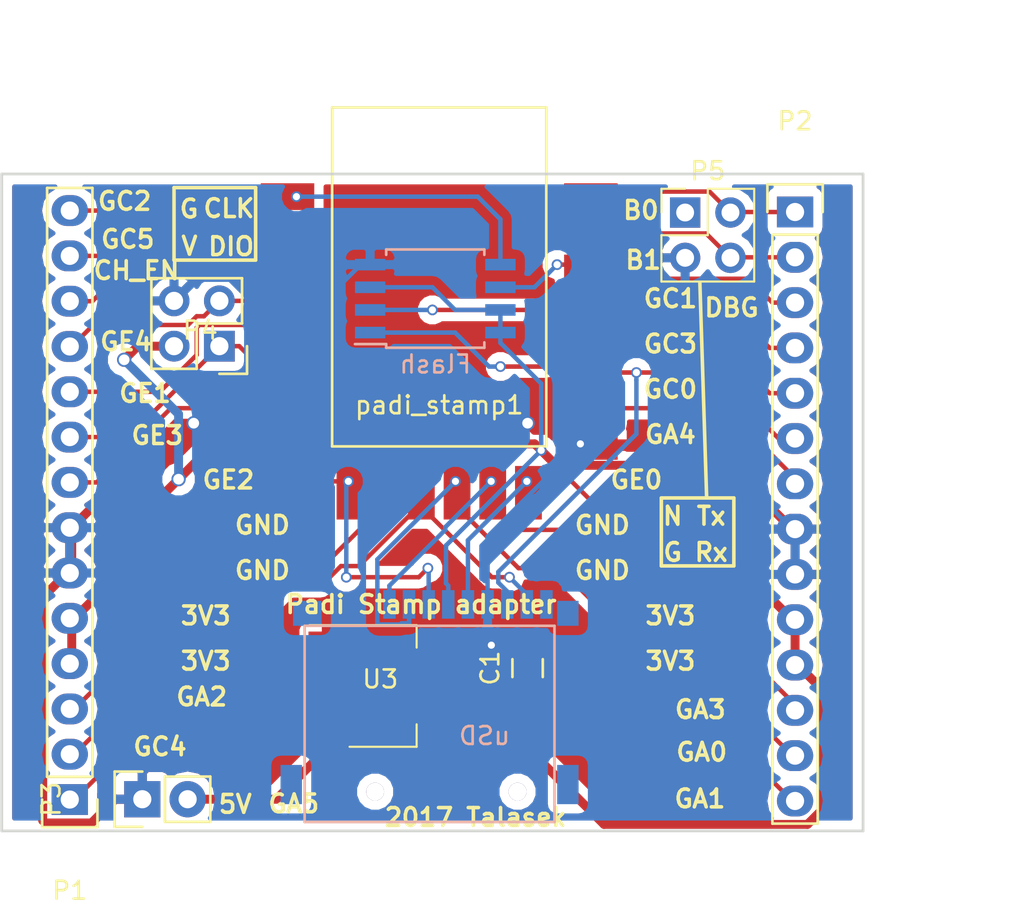
<source format=kicad_pcb>
(kicad_pcb (version 4) (host pcbnew 4.0.7+dfsg1-1)

  (general
    (links 58)
    (no_connects 4)
    (area 130.856667 93.45 191.923334 155.720001)
    (thickness 1.6)
    (drawings 55)
    (tracks 251)
    (zones 0)
    (modules 10)
    (nets 26)
  )

  (page A4)
  (layers
    (0 F.Cu signal)
    (31 B.Cu signal)
    (32 B.Adhes user)
    (33 F.Adhes user)
    (34 B.Paste user)
    (35 F.Paste user)
    (36 B.SilkS user)
    (37 F.SilkS user)
    (38 B.Mask user)
    (39 F.Mask user)
    (40 Dwgs.User user)
    (41 Cmts.User user)
    (42 Eco1.User user)
    (43 Eco2.User user)
    (44 Edge.Cuts user)
    (45 Margin user)
    (46 B.CrtYd user)
    (47 F.CrtYd user)
    (48 B.Fab user hide)
    (49 F.Fab user hide)
  )

  (setup
    (last_trace_width 0.25)
    (user_trace_width 0.2)
    (user_trace_width 0.3)
    (user_trace_width 0.4)
    (user_trace_width 0.5)
    (trace_clearance 0.2)
    (zone_clearance 0.508)
    (zone_45_only no)
    (trace_min 0.2)
    (segment_width 0.2)
    (edge_width 0.15)
    (via_size 0.6)
    (via_drill 0.4)
    (via_min_size 0.4)
    (via_min_drill 0.3)
    (user_via 0.6 0.4)
    (user_via 0.7 0.5)
    (user_via 0.8 0.6)
    (uvia_size 0.3)
    (uvia_drill 0.1)
    (uvias_allowed no)
    (uvia_min_size 0.2)
    (uvia_min_drill 0.1)
    (pcb_text_width 0.2)
    (pcb_text_size 1 1)
    (mod_edge_width 0.15)
    (mod_text_size 1 1)
    (mod_text_width 0.15)
    (pad_size 3.2 3.2)
    (pad_drill 3.2)
    (pad_to_mask_clearance 0.2)
    (aux_axis_origin 0 0)
    (visible_elements FFFFFF7F)
    (pcbplotparams
      (layerselection 0x010f0_80000001)
      (usegerberextensions false)
      (excludeedgelayer true)
      (linewidth 0.100000)
      (plotframeref false)
      (viasonmask false)
      (mode 1)
      (useauxorigin false)
      (hpglpennumber 1)
      (hpglpenspeed 20)
      (hpglpendiameter 15)
      (hpglpenoverlay 2)
      (psnegative false)
      (psa4output false)
      (plotreference true)
      (plotvalue true)
      (plotinvisibletext false)
      (padsonsilk false)
      (subtractmaskfromsilk false)
      (outputformat 1)
      (mirror false)
      (drillshape 0)
      (scaleselection 1)
      (outputdirectory out/))
  )

  (net 0 "")
  (net 1 "Net-(P1-Pad1)")
  (net 2 "Net-(P1-Pad2)")
  (net 3 "Net-(P1-Pad3)")
  (net 4 "Net-(P1-Pad8)")
  (net 5 "Net-(P1-Pad9)")
  (net 6 "Net-(P1-Pad10)")
  (net 7 "Net-(P1-Pad11)")
  (net 8 "Net-(P1-Pad12)")
  (net 9 "Net-(P1-Pad13)")
  (net 10 "Net-(P1-Pad14)")
  (net 11 "Net-(P2-Pad1)")
  (net 12 "Net-(P2-Pad2)")
  (net 13 "Net-(P2-Pad3)")
  (net 14 "Net-(P2-Pad4)")
  (net 15 "Net-(P2-Pad5)")
  (net 16 "Net-(P2-Pad6)")
  (net 17 "Net-(P2-Pad7)")
  (net 18 "Net-(P2-Pad12)")
  (net 19 "Net-(P2-Pad13)")
  (net 20 "Net-(P2-Pad14)")
  (net 21 "Net-(C1-Pad1)")
  (net 22 "Net-(C1-Pad2)")
  (net 23 "Net-(P3-Pad2)")
  (net 24 "Net-(U2-Pad9)")
  (net 25 "Net-(P5-Pad1)")

  (net_class Default "This is the default net class."
    (clearance 0.2)
    (trace_width 0.25)
    (via_dia 0.6)
    (via_drill 0.4)
    (uvia_dia 0.3)
    (uvia_drill 0.1)
    (add_net "Net-(C1-Pad1)")
    (add_net "Net-(C1-Pad2)")
    (add_net "Net-(P1-Pad1)")
    (add_net "Net-(P1-Pad10)")
    (add_net "Net-(P1-Pad11)")
    (add_net "Net-(P1-Pad12)")
    (add_net "Net-(P1-Pad13)")
    (add_net "Net-(P1-Pad14)")
    (add_net "Net-(P1-Pad2)")
    (add_net "Net-(P1-Pad3)")
    (add_net "Net-(P1-Pad8)")
    (add_net "Net-(P1-Pad9)")
    (add_net "Net-(P2-Pad1)")
    (add_net "Net-(P2-Pad12)")
    (add_net "Net-(P2-Pad13)")
    (add_net "Net-(P2-Pad14)")
    (add_net "Net-(P2-Pad2)")
    (add_net "Net-(P2-Pad3)")
    (add_net "Net-(P2-Pad4)")
    (add_net "Net-(P2-Pad5)")
    (add_net "Net-(P2-Pad6)")
    (add_net "Net-(P2-Pad7)")
    (add_net "Net-(P3-Pad2)")
    (add_net "Net-(P5-Pad1)")
    (add_net "Net-(U2-Pad9)")
  )

  (net_class power ""
    (clearance 0.2)
    (trace_width 0.25)
    (via_dia 0.6)
    (via_drill 0.4)
    (uvia_dia 0.3)
    (uvia_drill 0.1)
  )

  (module Pin_Headers:Pin_Header_Straight_1x14 (layer F.Cu) (tedit 0) (tstamp 5978F2E8)
    (at 176.53 105)
    (descr "Through hole pin header")
    (tags "pin header")
    (path /5978EE10)
    (fp_text reference P2 (at 0 -5.1) (layer F.SilkS)
      (effects (font (size 1 1) (thickness 0.15)))
    )
    (fp_text value CONN_01X14 (at 0 -3.1) (layer F.Fab)
      (effects (font (size 1 1) (thickness 0.15)))
    )
    (fp_line (start -1.75 -1.75) (end -1.75 34.8) (layer F.CrtYd) (width 0.05))
    (fp_line (start 1.75 -1.75) (end 1.75 34.8) (layer F.CrtYd) (width 0.05))
    (fp_line (start -1.75 -1.75) (end 1.75 -1.75) (layer F.CrtYd) (width 0.05))
    (fp_line (start -1.75 34.8) (end 1.75 34.8) (layer F.CrtYd) (width 0.05))
    (fp_line (start -1.27 1.27) (end -1.27 34.29) (layer F.SilkS) (width 0.15))
    (fp_line (start -1.27 34.29) (end 1.27 34.29) (layer F.SilkS) (width 0.15))
    (fp_line (start 1.27 34.29) (end 1.27 1.27) (layer F.SilkS) (width 0.15))
    (fp_line (start 1.55 -1.55) (end 1.55 0) (layer F.SilkS) (width 0.15))
    (fp_line (start 1.27 1.27) (end -1.27 1.27) (layer F.SilkS) (width 0.15))
    (fp_line (start -1.55 0) (end -1.55 -1.55) (layer F.SilkS) (width 0.15))
    (fp_line (start -1.55 -1.55) (end 1.55 -1.55) (layer F.SilkS) (width 0.15))
    (pad 1 thru_hole rect (at 0 0) (size 2.032 1.7272) (drill 1.016) (layers *.Cu *.Mask)
      (net 11 "Net-(P2-Pad1)"))
    (pad 2 thru_hole oval (at 0 2.54) (size 2.032 1.7272) (drill 1.016) (layers *.Cu *.Mask)
      (net 12 "Net-(P2-Pad2)"))
    (pad 3 thru_hole oval (at 0 5.08) (size 2.032 1.7272) (drill 1.016) (layers *.Cu *.Mask)
      (net 13 "Net-(P2-Pad3)"))
    (pad 4 thru_hole oval (at 0 7.62) (size 2.032 1.7272) (drill 1.016) (layers *.Cu *.Mask)
      (net 14 "Net-(P2-Pad4)"))
    (pad 5 thru_hole oval (at 0 10.16) (size 2.032 1.7272) (drill 1.016) (layers *.Cu *.Mask)
      (net 15 "Net-(P2-Pad5)"))
    (pad 6 thru_hole oval (at 0 12.7) (size 2.032 1.7272) (drill 1.016) (layers *.Cu *.Mask)
      (net 16 "Net-(P2-Pad6)"))
    (pad 7 thru_hole oval (at 0 15.24) (size 2.032 1.7272) (drill 1.016) (layers *.Cu *.Mask)
      (net 17 "Net-(P2-Pad7)"))
    (pad 8 thru_hole oval (at 0 17.78) (size 2.032 1.7272) (drill 1.016) (layers *.Cu *.Mask)
      (net 22 "Net-(C1-Pad2)"))
    (pad 9 thru_hole oval (at 0 20.32) (size 2.032 1.7272) (drill 1.016) (layers *.Cu *.Mask)
      (net 22 "Net-(C1-Pad2)"))
    (pad 10 thru_hole oval (at 0 22.86) (size 2.032 1.7272) (drill 1.016) (layers *.Cu *.Mask)
      (net 21 "Net-(C1-Pad1)"))
    (pad 11 thru_hole oval (at 0 25.4) (size 2.032 1.7272) (drill 1.016) (layers *.Cu *.Mask)
      (net 21 "Net-(C1-Pad1)"))
    (pad 12 thru_hole oval (at 0 27.94) (size 2.032 1.7272) (drill 1.016) (layers *.Cu *.Mask)
      (net 18 "Net-(P2-Pad12)"))
    (pad 13 thru_hole oval (at 0 30.48) (size 2.032 1.7272) (drill 1.016) (layers *.Cu *.Mask)
      (net 19 "Net-(P2-Pad13)"))
    (pad 14 thru_hole oval (at 0 33.02) (size 2.032 1.7272) (drill 1.016) (layers *.Cu *.Mask)
      (net 20 "Net-(P2-Pad14)"))
    (model Pin_Headers.3dshapes/Pin_Header_Straight_1x14.wrl
      (at (xyz 0 -0.65 0))
      (scale (xyz 1 1 1))
      (rotate (xyz 0 0 90))
    )
  )

  (module Pin_Headers:Pin_Header_Straight_1x14 (layer F.Cu) (tedit 0) (tstamp 5978F2D6)
    (at 135.89 137.94 180)
    (descr "Through hole pin header")
    (tags "pin header")
    (path /5978EF1D)
    (fp_text reference P1 (at 0 -5.1 180) (layer F.SilkS)
      (effects (font (size 1 1) (thickness 0.15)))
    )
    (fp_text value CONN_01X14 (at 0 -3.1 180) (layer F.Fab)
      (effects (font (size 1 1) (thickness 0.15)))
    )
    (fp_line (start -1.75 -1.75) (end -1.75 34.8) (layer F.CrtYd) (width 0.05))
    (fp_line (start 1.75 -1.75) (end 1.75 34.8) (layer F.CrtYd) (width 0.05))
    (fp_line (start -1.75 -1.75) (end 1.75 -1.75) (layer F.CrtYd) (width 0.05))
    (fp_line (start -1.75 34.8) (end 1.75 34.8) (layer F.CrtYd) (width 0.05))
    (fp_line (start -1.27 1.27) (end -1.27 34.29) (layer F.SilkS) (width 0.15))
    (fp_line (start -1.27 34.29) (end 1.27 34.29) (layer F.SilkS) (width 0.15))
    (fp_line (start 1.27 34.29) (end 1.27 1.27) (layer F.SilkS) (width 0.15))
    (fp_line (start 1.55 -1.55) (end 1.55 0) (layer F.SilkS) (width 0.15))
    (fp_line (start 1.27 1.27) (end -1.27 1.27) (layer F.SilkS) (width 0.15))
    (fp_line (start -1.55 0) (end -1.55 -1.55) (layer F.SilkS) (width 0.15))
    (fp_line (start -1.55 -1.55) (end 1.55 -1.55) (layer F.SilkS) (width 0.15))
    (pad 1 thru_hole rect (at 0 0 180) (size 2.032 1.7272) (drill 1.016) (layers *.Cu *.Mask)
      (net 1 "Net-(P1-Pad1)"))
    (pad 2 thru_hole oval (at 0 2.54 180) (size 2.032 1.7272) (drill 1.016) (layers *.Cu *.Mask)
      (net 2 "Net-(P1-Pad2)"))
    (pad 3 thru_hole oval (at 0 5.08 180) (size 2.032 1.7272) (drill 1.016) (layers *.Cu *.Mask)
      (net 3 "Net-(P1-Pad3)"))
    (pad 4 thru_hole oval (at 0 7.62 180) (size 2.032 1.7272) (drill 1.016) (layers *.Cu *.Mask)
      (net 21 "Net-(C1-Pad1)"))
    (pad 5 thru_hole oval (at 0 10.16 180) (size 2.032 1.7272) (drill 1.016) (layers *.Cu *.Mask)
      (net 21 "Net-(C1-Pad1)"))
    (pad 6 thru_hole oval (at 0 12.7 180) (size 2.032 1.7272) (drill 1.016) (layers *.Cu *.Mask)
      (net 22 "Net-(C1-Pad2)"))
    (pad 7 thru_hole oval (at 0 15.24 180) (size 2.032 1.7272) (drill 1.016) (layers *.Cu *.Mask)
      (net 22 "Net-(C1-Pad2)"))
    (pad 8 thru_hole oval (at 0 17.78 180) (size 2.032 1.7272) (drill 1.016) (layers *.Cu *.Mask)
      (net 4 "Net-(P1-Pad8)"))
    (pad 9 thru_hole oval (at 0 20.32 180) (size 2.032 1.7272) (drill 1.016) (layers *.Cu *.Mask)
      (net 5 "Net-(P1-Pad9)"))
    (pad 10 thru_hole oval (at 0 22.86 180) (size 2.032 1.7272) (drill 1.016) (layers *.Cu *.Mask)
      (net 6 "Net-(P1-Pad10)"))
    (pad 11 thru_hole oval (at 0 25.4 180) (size 2.032 1.7272) (drill 1.016) (layers *.Cu *.Mask)
      (net 7 "Net-(P1-Pad11)"))
    (pad 12 thru_hole oval (at 0 27.94 180) (size 2.032 1.7272) (drill 1.016) (layers *.Cu *.Mask)
      (net 8 "Net-(P1-Pad12)"))
    (pad 13 thru_hole oval (at 0 30.48 180) (size 2.032 1.7272) (drill 1.016) (layers *.Cu *.Mask)
      (net 9 "Net-(P1-Pad13)"))
    (pad 14 thru_hole oval (at 0 33.02 180) (size 2.032 1.7272) (drill 1.016) (layers *.Cu *.Mask)
      (net 10 "Net-(P1-Pad14)"))
    (model Pin_Headers.3dshapes/Pin_Header_Straight_1x14.wrl
      (at (xyz 0 -0.65 0))
      (scale (xyz 1 1 1))
      (rotate (xyz 0 0 90))
    )
  )

  (module padistamp:uSD (layer B.Cu) (tedit 5A834185) (tstamp 5978F315)
    (at 156.05 126.2 180)
    (path /5978ED51)
    (fp_text reference uSD (at -3.081 -8.166 180) (layer B.SilkS)
      (effects (font (size 1 1) (thickness 0.15)) (justify mirror))
    )
    (fp_text value uSD (at -0.033 -2.832 180) (layer B.Fab)
      (effects (font (size 1 1) (thickness 0.15)) (justify mirror))
    )
    (fp_line (start -7 -13) (end -7 -2) (layer B.SilkS) (width 0.15))
    (fp_line (start 7 -13) (end -7 -13) (layer B.SilkS) (width 0.15))
    (fp_line (start 7 -2) (end 7 -13) (layer B.SilkS) (width 0.15))
    (fp_line (start 6 -2) (end 7 -2) (layer B.SilkS) (width 0.15))
    (fp_line (start -7 -2) (end 6 -2) (layer B.SilkS) (width 0.15))
    (pad 1 smd rect (at 2.25 -0.8 180) (size 0.7 1.6) (layers B.Cu B.Paste B.Mask)
      (net 19 "Net-(P2-Pad13)"))
    (pad 2 smd rect (at 1.15 -0.8 180) (size 0.7 1.6) (layers B.Cu B.Paste B.Mask)
      (net 20 "Net-(P2-Pad14)"))
    (pad 3 smd rect (at 0.05 -0.8 180) (size 0.7 1.6) (layers B.Cu B.Paste B.Mask)
      (net 3 "Net-(P1-Pad3)"))
    (pad 4 smd rect (at -1.05 -0.8 180) (size 0.7 1.6) (layers B.Cu B.Paste B.Mask)
      (net 21 "Net-(C1-Pad1)"))
    (pad 5 smd rect (at -2.15 -0.8 180) (size 0.7 1.6) (layers B.Cu B.Paste B.Mask)
      (net 18 "Net-(P2-Pad12)"))
    (pad 6 smd rect (at -3.25 -0.8 180) (size 0.7 1.6) (layers B.Cu B.Paste B.Mask)
      (net 22 "Net-(C1-Pad2)"))
    (pad 7 smd rect (at -4.35 -0.8 180) (size 0.7 1.6) (layers B.Cu B.Paste B.Mask)
      (net 16 "Net-(P2-Pad6)"))
    (pad 8 smd rect (at -5.45 -0.8 180) (size 0.7 1.6) (layers B.Cu B.Paste B.Mask)
      (net 1 "Net-(P1-Pad1)"))
    (pad 9 smd rect (at -6.55 -0.8 180) (size 0.7 1.6) (layers B.Cu B.Paste B.Mask)
      (net 24 "Net-(U2-Pad9)"))
    (pad "" smd rect (at -7.75 -1.3 180) (size 1.2 1.4) (layers B.Cu B.Paste B.Mask))
    (pad "" smd rect (at 6.85 -1.3 180) (size 1.6 1.4) (layers B.Cu B.Paste B.Mask))
    (pad "" smd rect (at -7.75 -10.9 180) (size 1.2 2.2) (layers B.Cu B.Paste B.Mask))
    (pad "" smd rect (at 7.75 -10.9 180) (size 1.2 2.2) (layers B.Cu B.Paste B.Mask))
    (pad "" thru_hole circle (at -4.93 -11.3 180) (size 1 1) (drill 1) (layers *.Cu *.Mask))
    (pad "" thru_hole circle (at 3.05 -11.3 180) (size 1 1) (drill 1) (layers *.Cu *.Mask))
  )

  (module Capacitors_SMD:C_0805 (layer F.Cu) (tedit 5415D6EA) (tstamp 59F642F2)
    (at 161.544 130.572 90)
    (descr "Capacitor SMD 0805, reflow soldering, AVX (see smccp.pdf)")
    (tags "capacitor 0805")
    (path /59F62755)
    (attr smd)
    (fp_text reference C1 (at 0 -2.1 90) (layer F.SilkS)
      (effects (font (size 1 1) (thickness 0.15)))
    )
    (fp_text value 0.1u (at 0 2.1 90) (layer F.Fab)
      (effects (font (size 1 1) (thickness 0.15)))
    )
    (fp_line (start -1 0.625) (end -1 -0.625) (layer F.Fab) (width 0.15))
    (fp_line (start 1 0.625) (end -1 0.625) (layer F.Fab) (width 0.15))
    (fp_line (start 1 -0.625) (end 1 0.625) (layer F.Fab) (width 0.15))
    (fp_line (start -1 -0.625) (end 1 -0.625) (layer F.Fab) (width 0.15))
    (fp_line (start -1.8 -1) (end 1.8 -1) (layer F.CrtYd) (width 0.05))
    (fp_line (start -1.8 1) (end 1.8 1) (layer F.CrtYd) (width 0.05))
    (fp_line (start -1.8 -1) (end -1.8 1) (layer F.CrtYd) (width 0.05))
    (fp_line (start 1.8 -1) (end 1.8 1) (layer F.CrtYd) (width 0.05))
    (fp_line (start 0.5 -0.85) (end -0.5 -0.85) (layer F.SilkS) (width 0.15))
    (fp_line (start -0.5 0.85) (end 0.5 0.85) (layer F.SilkS) (width 0.15))
    (pad 1 smd rect (at -1 0 90) (size 1 1.25) (layers F.Cu F.Paste F.Mask)
      (net 21 "Net-(C1-Pad1)"))
    (pad 2 smd rect (at 1 0 90) (size 1 1.25) (layers F.Cu F.Paste F.Mask)
      (net 22 "Net-(C1-Pad2)"))
    (model Capacitors_SMD.3dshapes/C_0805.wrl
      (at (xyz 0 0 0))
      (scale (xyz 1 1 1))
      (rotate (xyz 0 0 0))
    )
  )

  (module Pin_Headers:Pin_Header_Straight_1x02 (layer F.Cu) (tedit 54EA090C) (tstamp 59F642F8)
    (at 139.954 137.922 90)
    (descr "Through hole pin header")
    (tags "pin header")
    (path /59F623E0)
    (fp_text reference P3 (at 0 -5.1 90) (layer F.SilkS)
      (effects (font (size 1 1) (thickness 0.15)))
    )
    (fp_text value 5V (at 0 -3.1 90) (layer F.Fab)
      (effects (font (size 1 1) (thickness 0.15)))
    )
    (fp_line (start 1.27 1.27) (end 1.27 3.81) (layer F.SilkS) (width 0.15))
    (fp_line (start 1.55 -1.55) (end 1.55 0) (layer F.SilkS) (width 0.15))
    (fp_line (start -1.75 -1.75) (end -1.75 4.3) (layer F.CrtYd) (width 0.05))
    (fp_line (start 1.75 -1.75) (end 1.75 4.3) (layer F.CrtYd) (width 0.05))
    (fp_line (start -1.75 -1.75) (end 1.75 -1.75) (layer F.CrtYd) (width 0.05))
    (fp_line (start -1.75 4.3) (end 1.75 4.3) (layer F.CrtYd) (width 0.05))
    (fp_line (start 1.27 1.27) (end -1.27 1.27) (layer F.SilkS) (width 0.15))
    (fp_line (start -1.55 0) (end -1.55 -1.55) (layer F.SilkS) (width 0.15))
    (fp_line (start -1.55 -1.55) (end 1.55 -1.55) (layer F.SilkS) (width 0.15))
    (fp_line (start -1.27 1.27) (end -1.27 3.81) (layer F.SilkS) (width 0.15))
    (fp_line (start -1.27 3.81) (end 1.27 3.81) (layer F.SilkS) (width 0.15))
    (pad 1 thru_hole rect (at 0 0 90) (size 2.032 2.032) (drill 1.016) (layers *.Cu *.Mask)
      (net 22 "Net-(C1-Pad2)"))
    (pad 2 thru_hole oval (at 0 2.54 90) (size 2.032 2.032) (drill 1.016) (layers *.Cu *.Mask)
      (net 23 "Net-(P3-Pad2)"))
    (model Pin_Headers.3dshapes/Pin_Header_Straight_1x02.wrl
      (at (xyz 0 -0.05 0))
      (scale (xyz 1 1 1))
      (rotate (xyz 0 0 90))
    )
  )

  (module Pin_Headers:Pin_Header_Straight_2x02 (layer F.Cu) (tedit 0) (tstamp 59F64300)
    (at 144.272 112.522 180)
    (descr "Through hole pin header")
    (tags "pin header")
    (path /59F61FAF)
    (fp_text reference P4 (at 1.0668 0.889 180) (layer F.SilkS)
      (effects (font (size 1 1) (thickness 0.15)))
    )
    (fp_text value SWD (at 0 -3.1 180) (layer F.Fab)
      (effects (font (size 1 1) (thickness 0.15)))
    )
    (fp_line (start -1.75 -1.75) (end -1.75 4.3) (layer F.CrtYd) (width 0.05))
    (fp_line (start 4.3 -1.75) (end 4.3 4.3) (layer F.CrtYd) (width 0.05))
    (fp_line (start -1.75 -1.75) (end 4.3 -1.75) (layer F.CrtYd) (width 0.05))
    (fp_line (start -1.75 4.3) (end 4.3 4.3) (layer F.CrtYd) (width 0.05))
    (fp_line (start -1.55 0) (end -1.55 -1.55) (layer F.SilkS) (width 0.15))
    (fp_line (start 0 -1.55) (end -1.55 -1.55) (layer F.SilkS) (width 0.15))
    (fp_line (start -1.27 1.27) (end 1.27 1.27) (layer F.SilkS) (width 0.15))
    (fp_line (start 1.27 1.27) (end 1.27 -1.27) (layer F.SilkS) (width 0.15))
    (fp_line (start 1.27 -1.27) (end 3.81 -1.27) (layer F.SilkS) (width 0.15))
    (fp_line (start 3.81 -1.27) (end 3.81 3.81) (layer F.SilkS) (width 0.15))
    (fp_line (start 3.81 3.81) (end -1.27 3.81) (layer F.SilkS) (width 0.15))
    (fp_line (start -1.27 3.81) (end -1.27 1.27) (layer F.SilkS) (width 0.15))
    (pad 1 thru_hole rect (at 0 0 180) (size 1.7272 1.7272) (drill 1.016) (layers *.Cu *.Mask)
      (net 5 "Net-(P1-Pad9)"))
    (pad 2 thru_hole oval (at 2.54 0 180) (size 1.7272 1.7272) (drill 1.016) (layers *.Cu *.Mask)
      (net 21 "Net-(C1-Pad1)"))
    (pad 3 thru_hole oval (at 0 2.54 180) (size 1.7272 1.7272) (drill 1.016) (layers *.Cu *.Mask)
      (net 7 "Net-(P1-Pad11)"))
    (pad 4 thru_hole oval (at 2.54 2.54 180) (size 1.7272 1.7272) (drill 1.016) (layers *.Cu *.Mask)
      (net 22 "Net-(C1-Pad2)"))
    (model Pin_Headers.3dshapes/Pin_Header_Straight_2x02.wrl
      (at (xyz 0.05 -0.05 0))
      (scale (xyz 1 1 1))
      (rotate (xyz 0 0 90))
    )
  )

  (module TO_SOT_Packages_SMD:SOT-223 (layer F.Cu) (tedit 583F3B4E) (tstamp 59F64308)
    (at 153.416 131.572)
    (descr "module CMS SOT223 4 pins")
    (tags "CMS SOT")
    (path /59F62343)
    (attr smd)
    (fp_text reference U3 (at -0.127 -0.381) (layer F.SilkS)
      (effects (font (size 1 1) (thickness 0.15)))
    )
    (fp_text value TLV1117 (at 0 4.5) (layer F.Fab)
      (effects (font (size 1 1) (thickness 0.15)))
    )
    (fp_line (start 1.91 3.41) (end 1.91 2.15) (layer F.SilkS) (width 0.12))
    (fp_line (start 1.91 -3.41) (end 1.91 -2.15) (layer F.SilkS) (width 0.12))
    (fp_line (start 4.4 -3.6) (end -4.4 -3.6) (layer F.CrtYd) (width 0.05))
    (fp_line (start 4.4 3.6) (end 4.4 -3.6) (layer F.CrtYd) (width 0.05))
    (fp_line (start -4.4 3.6) (end 4.4 3.6) (layer F.CrtYd) (width 0.05))
    (fp_line (start -4.4 -3.6) (end -4.4 3.6) (layer F.CrtYd) (width 0.05))
    (fp_line (start -1.85 -3.35) (end -1.85 3.35) (layer F.Fab) (width 0.15))
    (fp_line (start -1.85 3.41) (end 1.91 3.41) (layer F.SilkS) (width 0.12))
    (fp_line (start -1.85 -3.35) (end 1.85 -3.35) (layer F.Fab) (width 0.15))
    (fp_line (start -4.1 -3.41) (end 1.91 -3.41) (layer F.SilkS) (width 0.12))
    (fp_line (start -1.85 3.35) (end 1.85 3.35) (layer F.Fab) (width 0.15))
    (fp_line (start 1.85 -3.35) (end 1.85 3.35) (layer F.Fab) (width 0.15))
    (pad 4 smd rect (at 3.15 0) (size 2 3.8) (layers F.Cu F.Paste F.Mask)
      (net 21 "Net-(C1-Pad1)"))
    (pad 2 smd rect (at -3.15 0) (size 2 1.5) (layers F.Cu F.Paste F.Mask)
      (net 21 "Net-(C1-Pad1)"))
    (pad 3 smd rect (at -3.15 2.3) (size 2 1.5) (layers F.Cu F.Paste F.Mask)
      (net 23 "Net-(P3-Pad2)"))
    (pad 1 smd rect (at -3.15 -2.3) (size 2 1.5) (layers F.Cu F.Paste F.Mask)
      (net 22 "Net-(C1-Pad2)"))
    (model TO_SOT_Packages_SMD.3dshapes/SOT-223.wrl
      (at (xyz 0 0 0))
      (scale (xyz 0.4 0.4 0.4))
      (rotate (xyz 0 0 90))
    )
  )

  (module padistamp:padi_stamp (layer F.Cu) (tedit 59787B86) (tstamp 5A821C04)
    (at 148.59 104.14)
    (path /5978ECE2)
    (fp_text reference padi_stamp1 (at 8.001 11.684) (layer F.SilkS)
      (effects (font (size 1 1) (thickness 0.15)))
    )
    (fp_text value padi_stamp (at 8 -3) (layer F.Fab)
      (effects (font (size 1 1) (thickness 0.15)))
    )
    (fp_line (start 14 -5) (end 2 -5) (layer F.SilkS) (width 0.15))
    (fp_line (start 14 14) (end 14 -5) (layer F.SilkS) (width 0.15))
    (fp_line (start 2 14) (end 14 14) (layer F.SilkS) (width 0.15))
    (fp_line (start 2 -5) (end 2 14) (layer F.SilkS) (width 0.15))
    (pad 1 smd rect (at 0 0) (size 3 1.5) (drill (offset -0.5 0)) (layers F.Cu F.Paste F.Mask)
      (net 10 "Net-(P1-Pad14)"))
    (pad 2 smd rect (at 0 2) (size 3 1.5) (drill (offset -0.5 0)) (layers F.Cu F.Paste F.Mask)
      (net 9 "Net-(P1-Pad13)"))
    (pad 3 smd rect (at 0 4) (size 3 1.5) (drill (offset -0.5 0)) (layers F.Cu F.Paste F.Mask)
      (net 8 "Net-(P1-Pad12)"))
    (pad 4 smd rect (at 0 6) (size 3 1.5) (drill (offset -0.5 0)) (layers F.Cu F.Paste F.Mask)
      (net 7 "Net-(P1-Pad11)"))
    (pad 5 smd rect (at 0 8) (size 3 1.5) (drill (offset -0.5 0)) (layers F.Cu F.Paste F.Mask)
      (net 6 "Net-(P1-Pad10)"))
    (pad 6 smd rect (at 0 10) (size 3 1.5) (drill (offset -0.5 0)) (layers F.Cu F.Paste F.Mask)
      (net 5 "Net-(P1-Pad9)"))
    (pad 7 smd rect (at 0 12) (size 3 1.5) (drill (offset -0.5 0)) (layers F.Cu F.Paste F.Mask)
      (net 4 "Net-(P1-Pad8)"))
    (pad 8 smd rect (at 0 14) (size 3 1.5) (drill (offset -0.5 0)) (layers F.Cu F.Paste F.Mask)
      (net 21 "Net-(C1-Pad1)"))
    (pad 9 smd rect (at 3 16.1) (size 1.5 3) (drill (offset 0 0.5)) (layers F.Cu F.Paste F.Mask)
      (net 3 "Net-(P1-Pad3)"))
    (pad 10 smd rect (at 5 16.1) (size 1.5 3) (drill (offset 0 0.5)) (layers F.Cu F.Paste F.Mask)
      (net 2 "Net-(P1-Pad2)"))
    (pad 11 smd rect (at 7 16.1) (size 1.5 3) (drill (offset 0 0.5)) (layers F.Cu F.Paste F.Mask)
      (net 1 "Net-(P1-Pad1)"))
    (pad 12 smd rect (at 9 16.1) (size 1.5 3) (drill (offset 0 0.5)) (layers F.Cu F.Paste F.Mask)
      (net 20 "Net-(P2-Pad14)"))
    (pad 13 smd rect (at 11 16.1) (size 1.5 3) (drill (offset 0 0.5)) (layers F.Cu F.Paste F.Mask)
      (net 19 "Net-(P2-Pad13)"))
    (pad 14 smd rect (at 13 16.1) (size 1.5 3) (drill (offset 0 0.5)) (layers F.Cu F.Paste F.Mask)
      (net 18 "Net-(P2-Pad12)"))
    (pad 15 smd rect (at 16 14) (size 3 1.5) (drill (offset 0.5 0)) (layers F.Cu F.Paste F.Mask)
      (net 22 "Net-(C1-Pad2)"))
    (pad 16 smd rect (at 16 12) (size 3 1.5) (drill (offset 0.5 0)) (layers F.Cu F.Paste F.Mask)
      (net 17 "Net-(P2-Pad7)"))
    (pad 17 smd rect (at 16 10) (size 3 1.5) (drill (offset 0.5 0)) (layers F.Cu F.Paste F.Mask)
      (net 16 "Net-(P2-Pad6)"))
    (pad 18 smd rect (at 16 8) (size 3 1.5) (drill (offset 0.5 0)) (layers F.Cu F.Paste F.Mask)
      (net 15 "Net-(P2-Pad5)"))
    (pad 19 smd rect (at 16 6) (size 3 1.5) (drill (offset 0.5 0)) (layers F.Cu F.Paste F.Mask)
      (net 14 "Net-(P2-Pad4)"))
    (pad 20 smd rect (at 16 4) (size 3 1.5) (drill (offset 0.5 0)) (layers F.Cu F.Paste F.Mask)
      (net 13 "Net-(P2-Pad3)"))
    (pad 21 smd rect (at 16 2) (size 3 1.5) (drill (offset 0.5 0)) (layers F.Cu F.Paste F.Mask)
      (net 12 "Net-(P2-Pad2)"))
    (pad 22 smd rect (at 16 0) (size 3 1.5) (drill (offset 0.5 0)) (layers F.Cu F.Paste F.Mask)
      (net 11 "Net-(P2-Pad1)"))
  )

  (module Pin_Headers:Pin_Header_Straight_2x02_Pitch2.54mm (layer F.Cu) (tedit 59650532) (tstamp 5A8227AE)
    (at 170.3705 105.029)
    (descr "Through hole straight pin header, 2x02, 2.54mm pitch, double rows")
    (tags "Through hole pin header THT 2x02 2.54mm double row")
    (path /5A823CF1)
    (fp_text reference P5 (at 1.27 -2.33) (layer F.SilkS)
      (effects (font (size 1 1) (thickness 0.15)))
    )
    (fp_text value Conn_02x02_Odd_Even (at 1.27 4.87) (layer F.Fab)
      (effects (font (size 1 1) (thickness 0.15)))
    )
    (fp_line (start 0 -1.27) (end 3.81 -1.27) (layer F.Fab) (width 0.1))
    (fp_line (start 3.81 -1.27) (end 3.81 3.81) (layer F.Fab) (width 0.1))
    (fp_line (start 3.81 3.81) (end -1.27 3.81) (layer F.Fab) (width 0.1))
    (fp_line (start -1.27 3.81) (end -1.27 0) (layer F.Fab) (width 0.1))
    (fp_line (start -1.27 0) (end 0 -1.27) (layer F.Fab) (width 0.1))
    (fp_line (start -1.33 3.87) (end 3.87 3.87) (layer F.SilkS) (width 0.12))
    (fp_line (start -1.33 1.27) (end -1.33 3.87) (layer F.SilkS) (width 0.12))
    (fp_line (start 3.87 -1.33) (end 3.87 3.87) (layer F.SilkS) (width 0.12))
    (fp_line (start -1.33 1.27) (end 1.27 1.27) (layer F.SilkS) (width 0.12))
    (fp_line (start 1.27 1.27) (end 1.27 -1.33) (layer F.SilkS) (width 0.12))
    (fp_line (start 1.27 -1.33) (end 3.87 -1.33) (layer F.SilkS) (width 0.12))
    (fp_line (start -1.33 0) (end -1.33 -1.33) (layer F.SilkS) (width 0.12))
    (fp_line (start -1.33 -1.33) (end 0 -1.33) (layer F.SilkS) (width 0.12))
    (fp_line (start -1.8 -1.8) (end -1.8 4.35) (layer F.CrtYd) (width 0.05))
    (fp_line (start -1.8 4.35) (end 4.35 4.35) (layer F.CrtYd) (width 0.05))
    (fp_line (start 4.35 4.35) (end 4.35 -1.8) (layer F.CrtYd) (width 0.05))
    (fp_line (start 4.35 -1.8) (end -1.8 -1.8) (layer F.CrtYd) (width 0.05))
    (fp_text user %R (at 1.27 1.27 90) (layer F.Fab)
      (effects (font (size 1 1) (thickness 0.15)))
    )
    (pad 1 thru_hole rect (at 0 0) (size 1.7 1.7) (drill 1) (layers *.Cu *.Mask)
      (net 25 "Net-(P5-Pad1)"))
    (pad 2 thru_hole oval (at 2.54 0) (size 1.7 1.7) (drill 1) (layers *.Cu *.Mask)
      (net 11 "Net-(P2-Pad1)"))
    (pad 3 thru_hole oval (at 0 2.54) (size 1.7 1.7) (drill 1) (layers *.Cu *.Mask)
      (net 22 "Net-(C1-Pad2)"))
    (pad 4 thru_hole oval (at 2.54 2.54) (size 1.7 1.7) (drill 1) (layers *.Cu *.Mask)
      (net 12 "Net-(P2-Pad2)"))
    (model ${KISYS3DMOD}/Pin_Headers.3dshapes/Pin_Header_Straight_2x02_Pitch2.54mm.wrl
      (at (xyz 0 0 0))
      (scale (xyz 1 1 1))
      (rotate (xyz 0 0 0))
    )
  )

  (module Housings_SOIC:SOIJ-8_5.3x5.3mm_Pitch1.27mm (layer B.Cu) (tedit 5A8341A7) (tstamp 5A8227BA)
    (at 156.37 109.855)
    (descr "8-Lead Plastic Small Outline (SM) - Medium, 5.28 mm Body [SOIC] (see Microchip Packaging Specification 00000049BS.pdf)")
    (tags "SOIC 1.27")
    (path /5A823387)
    (attr smd)
    (fp_text reference Flash (at 0 3.68) (layer B.SilkS)
      (effects (font (size 1 1) (thickness 0.15)) (justify mirror))
    )
    (fp_text value 25LC_EEPROM (at 0 -3.68) (layer B.Fab)
      (effects (font (size 1 1) (thickness 0.15)) (justify mirror))
    )
    (fp_text user %R (at 0 0) (layer B.Fab)
      (effects (font (size 1 1) (thickness 0.15)) (justify mirror))
    )
    (fp_line (start -1.65 2.65) (end 2.65 2.65) (layer B.Fab) (width 0.15))
    (fp_line (start 2.65 2.65) (end 2.65 -2.65) (layer B.Fab) (width 0.15))
    (fp_line (start 2.65 -2.65) (end -2.65 -2.65) (layer B.Fab) (width 0.15))
    (fp_line (start -2.65 -2.65) (end -2.65 1.65) (layer B.Fab) (width 0.15))
    (fp_line (start -2.65 1.65) (end -1.65 2.65) (layer B.Fab) (width 0.15))
    (fp_line (start -4.75 2.95) (end -4.75 -2.95) (layer B.CrtYd) (width 0.05))
    (fp_line (start 4.75 2.95) (end 4.75 -2.95) (layer B.CrtYd) (width 0.05))
    (fp_line (start -4.75 2.95) (end 4.75 2.95) (layer B.CrtYd) (width 0.05))
    (fp_line (start -4.75 -2.95) (end 4.75 -2.95) (layer B.CrtYd) (width 0.05))
    (fp_line (start -2.75 2.755) (end -2.75 2.55) (layer B.SilkS) (width 0.15))
    (fp_line (start 2.75 2.755) (end 2.75 2.455) (layer B.SilkS) (width 0.15))
    (fp_line (start 2.75 -2.755) (end 2.75 -2.455) (layer B.SilkS) (width 0.15))
    (fp_line (start -2.75 -2.755) (end -2.75 -2.455) (layer B.SilkS) (width 0.15))
    (fp_line (start -2.75 2.755) (end 2.75 2.755) (layer B.SilkS) (width 0.15))
    (fp_line (start -2.75 -2.755) (end 2.75 -2.755) (layer B.SilkS) (width 0.15))
    (fp_line (start -2.75 2.55) (end -4.5 2.55) (layer B.SilkS) (width 0.15))
    (pad 1 smd rect (at -3.65 1.905) (size 1.7 0.65) (layers B.Cu B.Paste B.Mask)
      (net 15 "Net-(P2-Pad5)"))
    (pad 2 smd rect (at -3.65 0.635) (size 1.7 0.65) (layers B.Cu B.Paste B.Mask)
      (net 14 "Net-(P2-Pad4)"))
    (pad 3 smd rect (at -3.65 -0.635) (size 1.7 0.65) (layers B.Cu B.Paste B.Mask)
      (net 21 "Net-(C1-Pad1)"))
    (pad 4 smd rect (at -3.65 -1.905) (size 1.7 0.65) (layers B.Cu B.Paste B.Mask)
      (net 22 "Net-(C1-Pad2)"))
    (pad 5 smd rect (at 3.65 -1.905) (size 1.7 0.65) (layers B.Cu B.Paste B.Mask)
      (net 10 "Net-(P1-Pad14)"))
    (pad 6 smd rect (at 3.65 -0.635) (size 1.7 0.65) (layers B.Cu B.Paste B.Mask)
      (net 13 "Net-(P2-Pad3)"))
    (pad 7 smd rect (at 3.65 0.635) (size 1.7 0.65) (layers B.Cu B.Paste B.Mask)
      (net 21 "Net-(C1-Pad1)"))
    (pad 8 smd rect (at 3.65 1.905) (size 1.7 0.65) (layers B.Cu B.Paste B.Mask)
      (net 21 "Net-(C1-Pad1)"))
    (model ${KISYS3DMOD}/Housings_SOIC.3dshapes/SOIJ-8_5.3x5.3mm_Pitch1.27mm.wrl
      (at (xyz 0 0 0))
      (scale (xyz 1 1 1))
      (rotate (xyz 0 0 0))
    )
  )

  (gr_line (start 171.196 108.966) (end 171.577 121.031) (layer F.SilkS) (width 0.2))
  (gr_line (start 169.037 124.841) (end 169.037 121.031) (layer F.SilkS) (width 0.2))
  (gr_line (start 173.101 124.841) (end 169.037 124.841) (layer F.SilkS) (width 0.2))
  (gr_line (start 173.101 121.031) (end 173.101 124.841) (layer F.SilkS) (width 0.2))
  (gr_line (start 169.037 121.031) (end 173.101 121.031) (layer F.SilkS) (width 0.2))
  (gr_text N (at 169.672 122.047) (layer F.SilkS)
    (effects (font (size 1 1) (thickness 0.2)))
  )
  (gr_text G (at 169.672 124.079) (layer F.SilkS)
    (effects (font (size 1 1) (thickness 0.2)))
  )
  (gr_text Rx (at 171.831 124.079) (layer F.SilkS)
    (effects (font (size 1 1) (thickness 0.2)))
  )
  (gr_text Tx (at 171.831 122.047) (layer F.SilkS)
    (effects (font (size 1 1) (thickness 0.2)))
  )
  (gr_text DBG (at 172.974 110.363) (layer F.SilkS)
    (effects (font (size 1 1) (thickness 0.2)))
  )
  (gr_line (start 141.732 107.696) (end 141.732 103.632) (layer F.SilkS) (width 0.2))
  (gr_line (start 146.304 107.696) (end 141.732 107.696) (layer F.SilkS) (width 0.2))
  (gr_line (start 146.304 103.632) (end 146.304 107.696) (layer F.SilkS) (width 0.2))
  (gr_line (start 141.732 103.632) (end 146.304 103.632) (layer F.SilkS) (width 0.2))
  (gr_text DIO (at 144.9324 106.934) (layer F.SilkS)
    (effects (font (size 1 1) (thickness 0.2)))
  )
  (gr_text CLK (at 144.8054 104.8004) (layer F.SilkS)
    (effects (font (size 1 1) (thickness 0.2)))
  )
  (gr_text V (at 142.5956 106.9086) (layer F.SilkS)
    (effects (font (size 1 1) (thickness 0.2)))
  )
  (gr_text G (at 142.5702 104.8258) (layer F.SilkS)
    (effects (font (size 1 1) (thickness 0.2)))
  )
  (gr_text 5V (at 145.161 138.2014) (layer F.SilkS)
    (effects (font (size 1 1) (thickness 0.2)))
  )
  (gr_line (start 180.34 139.7) (end 132.08 139.7) (layer Edge.Cuts) (width 0.15))
  (gr_text GA5 (at 148.4376 138.176) (layer F.SilkS)
    (effects (font (size 1 1) (thickness 0.2)))
  )
  (dimension 36.83 (width 0.2) (layer Dwgs.User)
    (gr_text "36.830 mm" (at 187.59 121.285 270) (layer Dwgs.User)
      (effects (font (size 1 1) (thickness 0.2)))
    )
    (feature1 (pts (xy 182.88 139.7) (xy 188.49 139.7)))
    (feature2 (pts (xy 182.88 102.87) (xy 188.49 102.87)))
    (crossbar (pts (xy 186.69 102.87) (xy 186.69 139.7)))
    (arrow1a (pts (xy 186.69 139.7) (xy 186.103579 138.573496)))
    (arrow1b (pts (xy 186.69 139.7) (xy 187.276421 138.573496)))
    (arrow2a (pts (xy 186.69 102.87) (xy 186.103579 103.996504)))
    (arrow2b (pts (xy 186.69 102.87) (xy 187.276421 103.996504)))
  )
  (dimension 48.26 (width 0.2) (layer Dwgs.User)
    (gr_text "48.260 mm" (at 156.21 94.35) (layer Dwgs.User)
      (effects (font (size 1 1) (thickness 0.2)))
    )
    (feature1 (pts (xy 180.34 99.06) (xy 180.34 93.45)))
    (feature2 (pts (xy 132.08 99.06) (xy 132.08 93.45)))
    (crossbar (pts (xy 132.08 95.25) (xy 180.34 95.25)))
    (arrow1a (pts (xy 180.34 95.25) (xy 179.213496 95.836421)))
    (arrow1b (pts (xy 180.34 95.25) (xy 179.213496 94.663579)))
    (arrow2a (pts (xy 132.08 95.25) (xy 133.206504 95.836421)))
    (arrow2b (pts (xy 132.08 95.25) (xy 133.206504 94.663579)))
  )
  (gr_text "Padi Stamp adapter" (at 155.575 127) (layer F.SilkS)
    (effects (font (size 1 1) (thickness 0.2)))
  )
  (gr_text "2017 Talasek" (at 158.623 138.938) (layer F.SilkS)
    (effects (font (size 1 1) (thickness 0.2)))
  )
  (gr_text GA1 (at 171.196 137.8966) (layer F.SilkS)
    (effects (font (size 1 1) (thickness 0.2)))
  )
  (gr_text GA0 (at 171.2976 135.2804) (layer F.SilkS)
    (effects (font (size 1 1) (thickness 0.2)))
  )
  (gr_text GA3 (at 171.2214 132.8928) (layer F.SilkS)
    (effects (font (size 1 1) (thickness 0.2)))
  )
  (gr_text 3V3 (at 169.545 130.175) (layer F.SilkS)
    (effects (font (size 1 1) (thickness 0.2)))
  )
  (gr_text 3V3 (at 169.545 127.635) (layer F.SilkS)
    (effects (font (size 1 1) (thickness 0.2)))
  )
  (gr_text GND (at 165.735 125.095) (layer F.SilkS)
    (effects (font (size 1 1) (thickness 0.2)))
  )
  (gr_text GND (at 165.735 122.555) (layer F.SilkS)
    (effects (font (size 1 1) (thickness 0.2)))
  )
  (gr_text GE0 (at 167.64 120.015) (layer F.SilkS)
    (effects (font (size 1 1) (thickness 0.2)))
  )
  (gr_text GA4 (at 169.545 117.475) (layer F.SilkS)
    (effects (font (size 1 1) (thickness 0.2)))
  )
  (gr_text GC0 (at 169.545 114.935) (layer F.SilkS)
    (effects (font (size 1 1) (thickness 0.2)))
  )
  (gr_text GC3 (at 169.545 112.395) (layer F.SilkS)
    (effects (font (size 1 1) (thickness 0.2)))
  )
  (gr_text GC1 (at 169.545 109.855) (layer F.SilkS)
    (effects (font (size 1 1) (thickness 0.2)))
  )
  (gr_text B1 (at 168.021 107.696) (layer F.SilkS)
    (effects (font (size 1 1) (thickness 0.2)))
  )
  (gr_text B0 (at 167.894 104.902) (layer F.SilkS)
    (effects (font (size 1 1) (thickness 0.2)))
  )
  (gr_text GC4 (at 140.9446 134.9756) (layer F.SilkS)
    (effects (font (size 1 1) (thickness 0.2)))
  )
  (gr_text GA2 (at 143.2814 132.1816) (layer F.SilkS)
    (effects (font (size 1 1) (thickness 0.2)))
  )
  (gr_text 3V3 (at 143.51 130.175) (layer F.SilkS)
    (effects (font (size 1 1) (thickness 0.2)))
  )
  (gr_text 3V3 (at 143.51 127.635) (layer F.SilkS)
    (effects (font (size 1 1) (thickness 0.2)))
  )
  (gr_text GND (at 146.685 125.095) (layer F.SilkS)
    (effects (font (size 1 1) (thickness 0.2)))
  )
  (gr_text GND (at 146.685 122.555) (layer F.SilkS)
    (effects (font (size 1 1) (thickness 0.2)))
  )
  (gr_text GE2 (at 144.78 120.015) (layer F.SilkS)
    (effects (font (size 1 1) (thickness 0.2)))
  )
  (gr_text GE3 (at 140.7922 117.5258) (layer F.SilkS)
    (effects (font (size 1 1) (thickness 0.2)))
  )
  (gr_text GE1 (at 140.1064 115.1636) (layer F.SilkS)
    (effects (font (size 1 1) (thickness 0.2)))
  )
  (gr_text GE4 (at 139.0396 112.268) (layer F.SilkS)
    (effects (font (size 1 1) (thickness 0.2)))
  )
  (gr_text "CH_EN\n" (at 139.6238 108.2802) (layer F.SilkS)
    (effects (font (size 1 1) (thickness 0.2)))
  )
  (gr_text GC5 (at 139.1412 106.5276) (layer F.SilkS)
    (effects (font (size 1 1) (thickness 0.2)))
  )
  (gr_text GC2 (at 138.9634 104.394) (layer F.SilkS)
    (effects (font (size 1 1) (thickness 0.2)))
  )
  (gr_line (start 132.08 139.7) (end 132.08 102.87) (layer Edge.Cuts) (width 0.15))
  (gr_line (start 180.34 102.87) (end 180.34 139.7) (layer Edge.Cuts) (width 0.15))
  (gr_line (start 132.08 102.87) (end 180.34 102.87) (layer Edge.Cuts) (width 0.15))

  (segment (start 160.528 125.476) (end 159.542098 125.476) (width 0.25) (layer F.Cu) (net 1))
  (segment (start 159.542098 125.476) (end 155.5011 121.435002) (width 0.25) (layer F.Cu) (net 1))
  (segment (start 155.5011 121.435002) (end 155.5011 120.1) (width 0.25) (layer F.Cu) (net 1))
  (segment (start 161.5 127) (end 161.5 126.448) (width 0.25) (layer B.Cu) (net 1))
  (segment (start 161.5 126.448) (end 160.528 125.476) (width 0.25) (layer B.Cu) (net 1))
  (via (at 160.528 125.476) (size 0.6) (drill 0.4) (layers F.Cu B.Cu) (net 1))
  (segment (start 149.950996 125.984) (end 148.1084 125.984) (width 0.25) (layer F.Cu) (net 1))
  (segment (start 151.083998 124.850998) (end 149.950996 125.984) (width 0.25) (layer F.Cu) (net 1))
  (segment (start 148.1084 125.984) (end 136.1524 137.94) (width 0.25) (layer F.Cu) (net 1))
  (segment (start 152.085104 124.850998) (end 151.083998 124.850998) (width 0.25) (layer F.Cu) (net 1))
  (segment (start 155.5011 121.435002) (end 152.085104 124.850998) (width 0.25) (layer F.Cu) (net 1))
  (segment (start 136.1524 137.94) (end 136 137.94) (width 0.25) (layer F.Cu) (net 1))
  (segment (start 150.476102 124.46) (end 147.0924 124.46) (width 0.25) (layer F.Cu) (net 2))
  (segment (start 147.0924 124.46) (end 136.1524 135.4) (width 0.25) (layer F.Cu) (net 2))
  (segment (start 136.1524 135.4) (end 136 135.4) (width 0.25) (layer F.Cu) (net 2))
  (segment (start 153.5011 120.1) (end 153.5011 121.435002) (width 0.25) (layer F.Cu) (net 2))
  (segment (start 153.5011 121.435002) (end 150.476102 124.46) (width 0.25) (layer F.Cu) (net 2))
  (segment (start 151.384 125.476) (end 151.384 120.2171) (width 0.25) (layer B.Cu) (net 3))
  (segment (start 151.384 120.2171) (end 151.5011 120.1) (width 0.25) (layer B.Cu) (net 3))
  (via (at 151.5011 120.1) (size 0.6) (drill 0.4) (layers F.Cu B.Cu) (net 3))
  (via (at 151.384 125.476) (size 0.6) (drill 0.4) (layers F.Cu B.Cu) (net 3))
  (segment (start 155.956 124.968) (end 155.448 125.476) (width 0.25) (layer F.Cu) (net 3))
  (segment (start 155.448 125.476) (end 151.384 125.476) (width 0.25) (layer F.Cu) (net 3))
  (segment (start 156 127) (end 156 125.012) (width 0.25) (layer B.Cu) (net 3))
  (segment (start 156 125.012) (end 155.956 124.968) (width 0.25) (layer B.Cu) (net 3))
  (via (at 155.956 124.968) (size 0.6) (drill 0.4) (layers F.Cu B.Cu) (net 3))
  (segment (start 147.108 120.1) (end 147.108 121.9044) (width 0.25) (layer F.Cu) (net 3))
  (segment (start 147.108 121.9044) (end 136.1524 132.86) (width 0.25) (layer F.Cu) (net 3))
  (segment (start 136.1524 132.86) (end 136 132.86) (width 0.25) (layer F.Cu) (net 3))
  (segment (start 151.5011 120.1) (end 147.108 120.1) (width 0.25) (layer F.Cu) (net 3))
  (segment (start 141.556 116) (end 137.396 120.16) (width 0.25) (layer F.Cu) (net 4))
  (segment (start 137.396 120.16) (end 136 120.16) (width 0.25) (layer F.Cu) (net 4))
  (segment (start 148.5011 116) (end 141.556 116) (width 0.25) (layer F.Cu) (net 4))
  (segment (start 135.89 117.62) (end 139.174 117.62) (width 0.25) (layer F.Cu) (net 5))
  (segment (start 139.174 117.62) (end 144.272 112.522) (width 0.25) (layer F.Cu) (net 5))
  (segment (start 148.5011 114) (end 146.8636 114) (width 0.25) (layer F.Cu) (net 5))
  (segment (start 146.8636 114) (end 145.3856 112.522) (width 0.25) (layer F.Cu) (net 5))
  (segment (start 145.3856 112.522) (end 144.272 112.522) (width 0.25) (layer F.Cu) (net 5))
  (segment (start 147.834499 111.333399) (end 143.148399 111.333399) (width 0.25) (layer F.Cu) (net 6))
  (segment (start 143.148399 111.333399) (end 143.002 111.479798) (width 0.25) (layer F.Cu) (net 6))
  (segment (start 148.5011 112) (end 147.834499 111.333399) (width 0.25) (layer F.Cu) (net 6))
  (segment (start 137.156 115.08) (end 135.89 115.08) (width 0.25) (layer F.Cu) (net 6))
  (segment (start 143.002 111.479798) (end 143.002 113.01113) (width 0.25) (layer F.Cu) (net 6))
  (segment (start 143.002 113.01113) (end 140.93313 115.08) (width 0.25) (layer F.Cu) (net 6))
  (segment (start 140.93313 115.08) (end 137.156 115.08) (width 0.25) (layer F.Cu) (net 6))
  (segment (start 142.999788 110.845599) (end 142.511988 111.333399) (width 0.25) (layer F.Cu) (net 7))
  (segment (start 137.206601 111.333399) (end 136 112.54) (width 0.25) (layer F.Cu) (net 7))
  (segment (start 143.408401 110.845599) (end 142.999788 110.845599) (width 0.25) (layer F.Cu) (net 7))
  (segment (start 142.511988 111.333399) (end 137.206601 111.333399) (width 0.25) (layer F.Cu) (net 7))
  (segment (start 144.272 109.982) (end 143.408401 110.845599) (width 0.25) (layer F.Cu) (net 7))
  (segment (start 148.5011 110) (end 148.4831 109.982) (width 0.25) (layer F.Cu) (net 7))
  (segment (start 148.4831 109.982) (end 144.272 109.982) (width 0.25) (layer F.Cu) (net 7))
  (segment (start 135.89 110) (end 137.156 110) (width 0.25) (layer F.Cu) (net 8))
  (segment (start 137.156 110) (end 139.156 108) (width 0.25) (layer F.Cu) (net 8))
  (segment (start 139.156 108) (end 148.5011 108) (width 0.25) (layer F.Cu) (net 8))
  (segment (start 141.65 106) (end 140.19 107.46) (width 0.25) (layer F.Cu) (net 9))
  (segment (start 140.19 107.46) (end 136 107.46) (width 0.25) (layer F.Cu) (net 9))
  (segment (start 148.5011 106) (end 141.65 106) (width 0.25) (layer F.Cu) (net 9))
  (segment (start 160.02 105.41) (end 158.75 104.14) (width 0.25) (layer B.Cu) (net 10))
  (segment (start 158.75 104.14) (end 148.59 104.14) (width 0.25) (layer B.Cu) (net 10))
  (via (at 148.59 104.14) (size 0.6) (drill 0.4) (layers F.Cu B.Cu) (net 10))
  (segment (start 160.02 107.95) (end 160.02 105.41) (width 0.25) (layer B.Cu) (net 10))
  (segment (start 141.592 104) (end 140.672 104.92) (width 0.25) (layer F.Cu) (net 10))
  (segment (start 140.672 104.92) (end 136 104.92) (width 0.25) (layer F.Cu) (net 10))
  (segment (start 148.5011 104) (end 141.592 104) (width 0.25) (layer F.Cu) (net 10))
  (segment (start 167.418001 103.853999) (end 167.132 104.14) (width 0.25) (layer F.Cu) (net 11))
  (segment (start 167.132 104.14) (end 164.59 104.14) (width 0.25) (layer F.Cu) (net 11))
  (segment (start 172.9105 105.029) (end 171.735499 103.853999) (width 0.25) (layer F.Cu) (net 11))
  (segment (start 171.735499 103.853999) (end 167.418001 103.853999) (width 0.25) (layer F.Cu) (net 11))
  (segment (start 176.53 105) (end 172.9395 105) (width 0.25) (layer F.Cu) (net 11) (status C00000))
  (segment (start 172.9395 105) (end 172.9105 105.029) (width 0.25) (layer F.Cu) (net 11) (tstamp 5A833FA9) (status C00000))
  (segment (start 172.9105 107.569) (end 171.545501 106.204001) (width 0.25) (layer F.Cu) (net 12))
  (segment (start 171.545501 106.204001) (end 164.654001 106.204001) (width 0.25) (layer F.Cu) (net 12))
  (segment (start 164.654001 106.204001) (end 164.59 106.14) (width 0.25) (layer F.Cu) (net 12))
  (segment (start 176.53 107.54) (end 172.9395 107.54) (width 0.25) (layer F.Cu) (net 12) (status C00000))
  (segment (start 172.9395 107.54) (end 172.9105 107.569) (width 0.25) (layer F.Cu) (net 12) (tstamp 5A833FAC) (status C00000))
  (segment (start 168.053001 108.744001) (end 167.449 108.14) (width 0.25) (layer F.Cu) (net 13))
  (segment (start 167.449 108.14) (end 164.59 108.14) (width 0.25) (layer F.Cu) (net 13))
  (segment (start 176.53 110.08) (end 175.264 110.08) (width 0.25) (layer F.Cu) (net 13))
  (segment (start 175.264 110.08) (end 173.928001 108.744001) (width 0.25) (layer F.Cu) (net 13))
  (segment (start 173.928001 108.744001) (end 168.053001 108.744001) (width 0.25) (layer F.Cu) (net 13))
  (segment (start 163.195 107.95) (end 164.4 107.95) (width 0.25) (layer F.Cu) (net 13))
  (segment (start 164.4 107.95) (end 164.59 108.14) (width 0.25) (layer F.Cu) (net 13))
  (segment (start 160.02 109.22) (end 161.925 109.22) (width 0.25) (layer B.Cu) (net 13))
  (segment (start 161.925 109.22) (end 163.195 107.95) (width 0.25) (layer B.Cu) (net 13))
  (via (at 163.195 107.95) (size 0.6) (drill 0.4) (layers F.Cu B.Cu) (net 13))
  (segment (start 156.21 110.49) (end 164.24 110.49) (width 0.25) (layer F.Cu) (net 14))
  (segment (start 164.24 110.49) (end 164.59 110.14) (width 0.25) (layer F.Cu) (net 14))
  (segment (start 152.72 110.49) (end 156.21 110.49) (width 0.25) (layer B.Cu) (net 14))
  (via (at 156.21 110.49) (size 0.6) (drill 0.4) (layers F.Cu B.Cu) (net 14))
  (segment (start 172.484 110) (end 175.104 112.62) (width 0.25) (layer F.Cu) (net 14))
  (segment (start 175.104 112.62) (end 177 112.62) (width 0.25) (layer F.Cu) (net 14))
  (segment (start 164.5011 110) (end 172.484 110) (width 0.25) (layer F.Cu) (net 14))
  (segment (start 160.02 113.665) (end 162.56 113.665) (width 0.25) (layer F.Cu) (net 15))
  (segment (start 162.56 113.665) (end 164.085 112.14) (width 0.25) (layer F.Cu) (net 15))
  (segment (start 164.085 112.14) (end 164.59 112.14) (width 0.25) (layer F.Cu) (net 15))
  (segment (start 157.48 111.76) (end 159.385 113.665) (width 0.25) (layer B.Cu) (net 15))
  (segment (start 159.385 113.665) (end 160.02 113.665) (width 0.25) (layer B.Cu) (net 15))
  (via (at 160.02 113.665) (size 0.6) (drill 0.4) (layers F.Cu B.Cu) (net 15))
  (segment (start 152.72 111.76) (end 157.48 111.76) (width 0.25) (layer B.Cu) (net 15))
  (segment (start 171.944 112) (end 175.104 115.16) (width 0.25) (layer F.Cu) (net 15))
  (segment (start 175.104 115.16) (end 177 115.16) (width 0.25) (layer F.Cu) (net 15))
  (segment (start 164.5011 112) (end 171.944 112) (width 0.25) (layer F.Cu) (net 15))
  (segment (start 167.64 114.424264) (end 167.64 114) (width 0.25) (layer B.Cu) (net 16))
  (segment (start 167.64 117.438996) (end 167.64 114.424264) (width 0.25) (layer B.Cu) (net 16))
  (segment (start 159.902998 125.175998) (end 167.64 117.438996) (width 0.25) (layer B.Cu) (net 16))
  (segment (start 159.902998 125.776002) (end 159.902998 125.175998) (width 0.25) (layer B.Cu) (net 16))
  (segment (start 160.4 126.273004) (end 159.902998 125.776002) (width 0.25) (layer B.Cu) (net 16))
  (segment (start 160.4 127) (end 160.4 126.273004) (width 0.25) (layer B.Cu) (net 16))
  (segment (start 164.5011 114) (end 167.64 114) (width 0.25) (layer F.Cu) (net 16))
  (segment (start 167.64 114) (end 171.912 114) (width 0.25) (layer F.Cu) (net 16))
  (via (at 167.64 114) (size 0.6) (drill 0.4) (layers F.Cu B.Cu) (net 16))
  (segment (start 171.912 114) (end 175.612 117.7) (width 0.25) (layer F.Cu) (net 16))
  (segment (start 175.612 117.7) (end 177 117.7) (width 0.25) (layer F.Cu) (net 16))
  (segment (start 164.5011 116) (end 172.6076 116) (width 0.25) (layer F.Cu) (net 17))
  (segment (start 172.6076 116) (end 176.8476 120.24) (width 0.25) (layer F.Cu) (net 17))
  (segment (start 176.8476 120.24) (end 177 120.24) (width 0.25) (layer F.Cu) (net 17))
  (segment (start 158.2 127) (end 158.2 123.4011) (width 0.25) (layer B.Cu) (net 18))
  (segment (start 158.2 123.4011) (end 161.5011 120.1) (width 0.25) (layer B.Cu) (net 18))
  (via (at 161.5011 120.1) (size 0.6) (drill 0.4) (layers F.Cu B.Cu) (net 18))
  (segment (start 161.5011 120.1) (end 164.0076 120.1) (width 0.25) (layer F.Cu) (net 18))
  (segment (start 164.0076 120.1) (end 176.8476 132.94) (width 0.25) (layer F.Cu) (net 18))
  (segment (start 176.8476 132.94) (end 177 132.94) (width 0.25) (layer F.Cu) (net 18))
  (segment (start 164.18659 122.81899) (end 164.18659 123.28899) (width 0.25) (layer F.Cu) (net 19))
  (segment (start 164.18659 123.28899) (end 176.3776 135.48) (width 0.25) (layer F.Cu) (net 19))
  (segment (start 176.3776 135.48) (end 176.53 135.48) (width 0.25) (layer F.Cu) (net 19))
  (segment (start 177 135.48) (end 176.8476 135.48) (width 0.25) (layer F.Cu) (net 19))
  (segment (start 164.18659 122.81899) (end 160.960344 122.81899) (width 0.25) (layer F.Cu) (net 19))
  (segment (start 160.960344 122.81899) (end 159.5011 121.359746) (width 0.25) (layer F.Cu) (net 19))
  (segment (start 159.5011 121.359746) (end 159.5011 120.1) (width 0.25) (layer F.Cu) (net 19))
  (segment (start 156.93101 122.81899) (end 156.93101 122.67009) (width 0.25) (layer B.Cu) (net 19))
  (segment (start 156.93101 122.67009) (end 159.5011 120.1) (width 0.25) (layer B.Cu) (net 19))
  (via (at 159.5011 120.1) (size 0.6) (drill 0.4) (layers F.Cu B.Cu) (net 19))
  (segment (start 153.8 127) (end 153.8 125.95) (width 0.25) (layer B.Cu) (net 19))
  (segment (start 153.8 125.95) (end 156.93101 122.81899) (width 0.25) (layer B.Cu) (net 19))
  (segment (start 163.7956 124.968) (end 163.7956 125.438) (width 0.25) (layer F.Cu) (net 20))
  (segment (start 163.7956 125.438) (end 176.3776 138.02) (width 0.25) (layer F.Cu) (net 20))
  (segment (start 176.3776 138.02) (end 176.53 138.02) (width 0.25) (layer F.Cu) (net 20))
  (segment (start 154.9 127) (end 154.9 128.05) (width 0.25) (layer B.Cu) (net 20))
  (segment (start 153.124999 124.476101) (end 157.5011 120.1) (width 0.25) (layer B.Cu) (net 20))
  (segment (start 154.9 128.05) (end 154.889999 128.060001) (width 0.25) (layer B.Cu) (net 20))
  (segment (start 154.889999 128.060001) (end 154.475001 128.060001) (width 0.25) (layer B.Cu) (net 20))
  (segment (start 154.475001 128.060001) (end 154.410001 128.125001) (width 0.25) (layer B.Cu) (net 20))
  (segment (start 154.410001 128.125001) (end 153.189999 128.125001) (width 0.25) (layer B.Cu) (net 20))
  (segment (start 153.189999 128.125001) (end 153.124999 128.060001) (width 0.25) (layer B.Cu) (net 20))
  (segment (start 153.124999 128.060001) (end 153.124999 124.476101) (width 0.25) (layer B.Cu) (net 20))
  (via (at 157.5011 120.1) (size 0.6) (drill 0.4) (layers F.Cu B.Cu) (net 20))
  (segment (start 161.034098 124.968) (end 163.7956 124.968) (width 0.25) (layer F.Cu) (net 20))
  (segment (start 176.8476 138.02) (end 177 138.02) (width 0.25) (layer F.Cu) (net 20))
  (segment (start 157.5011 120.1) (end 157.5011 121.435002) (width 0.25) (layer F.Cu) (net 20))
  (segment (start 157.5011 121.435002) (end 161.034098 124.968) (width 0.25) (layer F.Cu) (net 20))
  (segment (start 160.02 111.76) (end 160.02 112.335) (width 0.25) (layer B.Cu) (net 21))
  (segment (start 160.02 112.335) (end 162.305098 114.620098) (width 0.25) (layer B.Cu) (net 21))
  (segment (start 162.305098 114.620098) (end 162.305098 117.939736) (width 0.25) (layer B.Cu) (net 21))
  (segment (start 162.305098 117.939736) (end 162.305098 118.364) (width 0.25) (layer B.Cu) (net 21))
  (segment (start 160.02 110.49) (end 160.02 111.76) (width 0.25) (layer B.Cu) (net 21))
  (segment (start 157.48 110.49) (end 156.21 109.22) (width 0.25) (layer B.Cu) (net 21))
  (segment (start 156.21 109.22) (end 152.72 109.22) (width 0.25) (layer B.Cu) (net 21))
  (segment (start 160.02 110.49) (end 157.48 110.49) (width 0.25) (layer B.Cu) (net 21))
  (segment (start 141.986 116.332) (end 141.986 119.979998) (width 0.5) (layer B.Cu) (net 21))
  (via (at 141.986 119.979998) (size 0.8) (drill 0.6) (layers F.Cu B.Cu) (net 21))
  (segment (start 138.938 113.284) (end 141.986 116.332) (width 0.5) (layer B.Cu) (net 21))
  (segment (start 141.732 112.522) (end 139.7 112.522) (width 0.5) (layer F.Cu) (net 21))
  (segment (start 139.7 112.522) (end 138.938 113.284) (width 0.5) (layer F.Cu) (net 21))
  (via (at 138.938 113.284) (size 0.8) (drill 0.6) (layers F.Cu B.Cu) (net 21))
  (segment (start 158.066 131.572) (end 161.544 131.572) (width 0.5) (layer F.Cu) (net 21))
  (segment (start 156.566 131.572) (end 158.066 131.572) (width 0.5) (layer F.Cu) (net 21))
  (segment (start 158.066 131.572) (end 165.82761 139.33361) (width 0.5) (layer F.Cu) (net 21))
  (segment (start 165.82761 139.33361) (end 177.226515 139.33361) (width 0.5) (layer F.Cu) (net 21))
  (segment (start 177.226515 139.33361) (end 178.046 138.514125) (width 0.5) (layer F.Cu) (net 21))
  (segment (start 178.046 138.514125) (end 178.046 131.7636) (width 0.5) (layer F.Cu) (net 21))
  (segment (start 178.046 131.7636) (end 176.6824 130.4) (width 0.5) (layer F.Cu) (net 21))
  (segment (start 176.6824 130.4) (end 176.53 130.4) (width 0.5) (layer F.Cu) (net 21))
  (segment (start 150.266 131.572) (end 151.766 131.572) (width 0.5) (layer F.Cu) (net 21))
  (segment (start 151.766 131.572) (end 156.566 131.572) (width 0.5) (layer F.Cu) (net 21))
  (segment (start 176.53 130.4) (end 176.53 127.86) (width 0.5) (layer F.Cu) (net 21))
  (segment (start 169.734003 119.200001) (end 172.050001 121.515999) (width 0.5) (layer F.Cu) (net 21))
  (segment (start 172.050001 121.515999) (end 172.050001 123.532401) (width 0.5) (layer F.Cu) (net 21))
  (segment (start 172.050001 123.532401) (end 176.3776 127.86) (width 0.5) (layer F.Cu) (net 21))
  (segment (start 176.3776 127.86) (end 176.53 127.86) (width 0.5) (layer F.Cu) (net 21))
  (segment (start 163.141099 119.200001) (end 162.305098 118.364) (width 0.5) (layer F.Cu) (net 21))
  (segment (start 162.305098 118.364) (end 161.941098 118) (width 0.5) (layer F.Cu) (net 21))
  (segment (start 156.972 125.822) (end 156.972 123.697098) (width 0.25) (layer B.Cu) (net 21))
  (segment (start 156.972 123.697098) (end 162.305098 118.364) (width 0.25) (layer B.Cu) (net 21))
  (via (at 162.305098 118.364) (size 0.6) (drill 0.4) (layers F.Cu B.Cu) (net 21))
  (segment (start 157.1 127) (end 157.1 125.95) (width 0.25) (layer B.Cu) (net 21))
  (segment (start 157.1 125.95) (end 156.972 125.822) (width 0.25) (layer B.Cu) (net 21))
  (segment (start 177 127.86) (end 176.8476 127.86) (width 0.5) (layer F.Cu) (net 21))
  (segment (start 169.734003 119.200001) (end 163.141099 119.200001) (width 0.5) (layer F.Cu) (net 21))
  (segment (start 161.941098 118) (end 148.5011 118) (width 0.5) (layer F.Cu) (net 21))
  (segment (start 136 127.78) (end 136 130.32) (width 0.5) (layer F.Cu) (net 21))
  (segment (start 136 127.78) (end 136.1524 127.78) (width 0.5) (layer F.Cu) (net 21))
  (segment (start 136.1524 127.78) (end 140.208 123.7244) (width 0.5) (layer F.Cu) (net 21))
  (segment (start 148.5011 118) (end 143.965998 118) (width 0.5) (layer F.Cu) (net 21))
  (segment (start 143.965998 118) (end 140.208 121.757998) (width 0.5) (layer F.Cu) (net 21))
  (segment (start 140.208 121.757998) (end 140.208 123.7244) (width 0.5) (layer F.Cu) (net 21))
  (segment (start 170.3705 107.569) (end 170.3705 116.7729) (width 0.25) (layer B.Cu) (net 22))
  (segment (start 170.3705 116.7729) (end 176.3776 122.78) (width 0.25) (layer B.Cu) (net 22))
  (segment (start 176.3776 122.78) (end 176.53 122.78) (width 0.25) (layer B.Cu) (net 22))
  (segment (start 147.066 116.84) (end 151.13 116.84) (width 0.5) (layer B.Cu) (net 22))
  (segment (start 151.13 116.84) (end 161.544 116.84) (width 0.5) (layer B.Cu) (net 22))
  (segment (start 152.72 107.95) (end 152.195 107.95) (width 0.25) (layer B.Cu) (net 22))
  (segment (start 152.195 107.95) (end 151.13 109.015) (width 0.25) (layer B.Cu) (net 22))
  (segment (start 151.13 109.015) (end 151.13 116.84) (width 0.25) (layer B.Cu) (net 22))
  (segment (start 142.270325 116.84) (end 142.83601 116.84) (width 0.5) (layer F.Cu) (net 22))
  (segment (start 141.86 116.84) (end 142.270325 116.84) (width 0.5) (layer F.Cu) (net 22))
  (segment (start 136 122.7) (end 141.86 116.84) (width 0.5) (layer F.Cu) (net 22))
  (segment (start 136 125.24) (end 136 122.7) (width 0.5) (layer F.Cu) (net 22))
  (segment (start 143.401695 116.84) (end 142.83601 116.84) (width 0.5) (layer B.Cu) (net 22))
  (segment (start 147.066 116.84) (end 143.401695 116.84) (width 0.5) (layer B.Cu) (net 22))
  (via (at 142.83601 116.84) (size 0.8) (drill 0.6) (layers F.Cu B.Cu) (net 22))
  (segment (start 141.732 109.982) (end 143.045601 108.668399) (width 0.5) (layer B.Cu) (net 22))
  (segment (start 143.045601 108.668399) (end 144.902529 108.668399) (width 0.5) (layer B.Cu) (net 22))
  (segment (start 144.902529 108.668399) (end 147.066 110.83187) (width 0.5) (layer B.Cu) (net 22))
  (segment (start 147.066 110.83187) (end 147.066 116.84) (width 0.5) (layer B.Cu) (net 22))
  (segment (start 150.266 129.272) (end 147.088 129.272) (width 0.5) (layer F.Cu) (net 22))
  (segment (start 147.088 129.272) (end 139.954 136.406) (width 0.5) (layer F.Cu) (net 22))
  (segment (start 139.954 136.406) (end 139.954 137.922) (width 0.5) (layer F.Cu) (net 22))
  (segment (start 161.544 129.572) (end 161.419 129.572) (width 0.5) (layer F.Cu) (net 22))
  (segment (start 160.419 128.572) (end 152.466 128.572) (width 0.5) (layer F.Cu) (net 22))
  (segment (start 161.419 129.572) (end 160.419 128.572) (width 0.5) (layer F.Cu) (net 22))
  (segment (start 152.466 128.572) (end 151.766 129.272) (width 0.5) (layer F.Cu) (net 22))
  (segment (start 151.766 129.272) (end 150.266 129.272) (width 0.5) (layer F.Cu) (net 22))
  (segment (start 139.954 137.922) (end 138.438 137.922) (width 0.5) (layer F.Cu) (net 22))
  (segment (start 138.438 137.922) (end 137.106399 139.253601) (width 0.5) (layer F.Cu) (net 22))
  (segment (start 135.7376 125.24) (end 135.89 125.24) (width 0.5) (layer F.Cu) (net 22))
  (segment (start 137.106399 139.253601) (end 134.513999 139.253601) (width 0.5) (layer F.Cu) (net 22))
  (segment (start 134.513999 139.253601) (end 134.374 139.113602) (width 0.5) (layer F.Cu) (net 22))
  (segment (start 134.374 139.113602) (end 134.374 126.6036) (width 0.5) (layer F.Cu) (net 22))
  (segment (start 134.374 126.6036) (end 135.7376 125.24) (width 0.5) (layer F.Cu) (net 22))
  (segment (start 159.258 128.042) (end 159.258 129.032) (width 0.2) (layer B.Cu) (net 22))
  (segment (start 159.258 129.032) (end 159.512 129.286) (width 0.2) (layer B.Cu) (net 22))
  (via (at 159.512 129.286) (size 0.6) (drill 0.4) (layers F.Cu B.Cu) (net 22))
  (segment (start 159.3 127) (end 159.3 128) (width 0.2) (layer B.Cu) (net 22))
  (segment (start 159.3 128) (end 159.258 128.042) (width 0.2) (layer B.Cu) (net 22))
  (segment (start 176.53 125.32) (end 176.53 122.78) (width 0.5) (layer F.Cu) (net 22))
  (segment (start 172.0676 118) (end 172.0676 118.47) (width 0.5) (layer F.Cu) (net 22))
  (segment (start 172.0676 118.47) (end 176.3776 122.78) (width 0.5) (layer F.Cu) (net 22))
  (segment (start 176.3776 122.78) (end 176.53 122.78) (width 0.5) (layer F.Cu) (net 22))
  (segment (start 159.3 127) (end 159.3 123.2011) (width 0.25) (layer B.Cu) (net 22))
  (segment (start 159.3 123.2011) (end 164.5011 118) (width 0.25) (layer B.Cu) (net 22))
  (via (at 164.5011 118) (size 0.6) (drill 0.4) (layers F.Cu B.Cu) (net 22))
  (segment (start 161.544 116.84) (end 161.943999 117.239999) (width 0.5) (layer F.Cu) (net 22))
  (segment (start 163.741099 117.239999) (end 164.5011 118) (width 0.5) (layer F.Cu) (net 22))
  (segment (start 161.943999 117.239999) (end 163.741099 117.239999) (width 0.5) (layer F.Cu) (net 22))
  (via (at 161.544 116.84) (size 0.8) (drill 0.6) (layers F.Cu B.Cu) (net 22))
  (segment (start 164.5011 118) (end 172.0676 118) (width 0.5) (layer F.Cu) (net 22))
  (segment (start 176.8476 122.78) (end 177 122.78) (width 0.5) (layer F.Cu) (net 22))
  (segment (start 142.494 137.922) (end 147.466 137.922) (width 0.5) (layer F.Cu) (net 23))
  (segment (start 147.466 137.922) (end 150.266 135.122) (width 0.5) (layer F.Cu) (net 23))
  (segment (start 150.266 135.122) (end 150.266 133.872) (width 0.5) (layer F.Cu) (net 23))

  (zone (net 22) (net_name "Net-(C1-Pad2)") (layer F.Cu) (tstamp 0) (hatch edge 0.508)
    (connect_pads (clearance 0.508))
    (min_thickness 0.254)
    (fill (arc_segments 16) (thermal_gap 0.508) (thermal_bridge_width 0.508))
    (polygon
      (pts
        (xy 132.08 102.87) (xy 180.34 102.87) (xy 180.34 139.7) (xy 132.08 139.7)
      )
    )
  )
  (zone (net 22) (net_name "Net-(C1-Pad2)") (layer B.Cu) (tstamp 0) (hatch edge 0.508)
    (connect_pads (clearance 0.508))
    (min_thickness 0.254)
    (fill (arc_segments 16) (thermal_gap 0.508) (thermal_bridge_width 0.508))
    (polygon
      (pts
        (xy 132.08 102.87) (xy 132.08 139.7) (xy 180.34 139.7) (xy 180.34 102.87)
      )
    )
  )
  (zone (net 0) (net_name "") (layer B.Cu) (tstamp 0) (hatch edge 0.508)
    (connect_pads (clearance 0.508))
    (min_thickness 0.254)
    (keepout (tracks not_allowed) (vias not_allowed) (copperpour allowed))
    (fill (arc_segments 16) (thermal_gap 0.508) (thermal_bridge_width 0.508))
    (polygon
      (pts
        (xy 146.05 102.87) (xy 166.37 102.87) (xy 166.37 118.11) (xy 148.59 118.11) (xy 148.59 102.87)
      )
    )
  )
  (zone (net 22) (net_name "Net-(C1-Pad2)") (layer B.Cu) (tstamp 0) (hatch edge 0.508)
    (connect_pads (clearance 0.508))
    (min_thickness 0.254)
    (fill (arc_segments 16) (thermal_gap 0.508) (thermal_bridge_width 0.508))
    (polygon
      (pts
        (xy 142.24 128.27) (xy 142.24 125.73) (xy 146.05 125.73) (xy 146.05 128.27)
      )
    )
  )
  (zone (net 22) (net_name "Net-(C1-Pad2)") (layer B.Cu) (tstamp 0) (hatch edge 0.508)
    (connect_pads (clearance 0.508))
    (min_thickness 0.254)
    (fill yes (arc_segments 16) (thermal_gap 0.508) (thermal_bridge_width 0.508))
    (polygon
      (pts
        (xy 132.207 102.87) (xy 180.34 102.87) (xy 180.34 139.7) (xy 132.08 139.7) (xy 132.08 102.87)
        (xy 132.08 102.87)
      )
    )
    (filled_polygon
      (pts
        (xy 134.645585 103.86033) (xy 134.320729 104.346511) (xy 134.206655 104.92) (xy 134.320729 105.493489) (xy 134.645585 105.97967)
        (xy 134.960366 106.19) (xy 134.645585 106.40033) (xy 134.320729 106.886511) (xy 134.206655 107.46) (xy 134.320729 108.033489)
        (xy 134.645585 108.51967) (xy 134.960366 108.73) (xy 134.645585 108.94033) (xy 134.320729 109.426511) (xy 134.206655 110)
        (xy 134.320729 110.573489) (xy 134.645585 111.05967) (xy 134.960366 111.27) (xy 134.645585 111.48033) (xy 134.320729 111.966511)
        (xy 134.206655 112.54) (xy 134.320729 113.113489) (xy 134.645585 113.59967) (xy 134.960366 113.81) (xy 134.645585 114.02033)
        (xy 134.320729 114.506511) (xy 134.206655 115.08) (xy 134.320729 115.653489) (xy 134.645585 116.13967) (xy 134.960366 116.35)
        (xy 134.645585 116.56033) (xy 134.320729 117.046511) (xy 134.206655 117.62) (xy 134.320729 118.193489) (xy 134.645585 118.67967)
        (xy 134.960366 118.89) (xy 134.645585 119.10033) (xy 134.320729 119.586511) (xy 134.206655 120.16) (xy 134.320729 120.733489)
        (xy 134.645585 121.21967) (xy 134.955069 121.426461) (xy 134.539268 121.797964) (xy 134.285291 122.325209) (xy 134.282642 122.340974)
        (xy 134.403783 122.573) (xy 135.763 122.573) (xy 135.763 122.553) (xy 136.017 122.553) (xy 136.017 122.573)
        (xy 137.376217 122.573) (xy 137.497358 122.340974) (xy 137.494709 122.325209) (xy 137.240732 121.797964) (xy 136.824931 121.426461)
        (xy 137.134415 121.21967) (xy 137.459271 120.733489) (xy 137.573345 120.16) (xy 137.459271 119.586511) (xy 137.134415 119.10033)
        (xy 136.819634 118.89) (xy 137.134415 118.67967) (xy 137.459271 118.193489) (xy 137.573345 117.62) (xy 137.459271 117.046511)
        (xy 137.134415 116.56033) (xy 136.819634 116.35) (xy 137.134415 116.13967) (xy 137.459271 115.653489) (xy 137.573345 115.08)
        (xy 137.459271 114.506511) (xy 137.134415 114.02033) (xy 136.819634 113.81) (xy 137.134415 113.59967) (xy 137.208381 113.488971)
        (xy 137.902821 113.488971) (xy 138.060058 113.869515) (xy 138.350954 114.160919) (xy 138.714151 114.311731) (xy 141.101 116.698579)
        (xy 141.101 119.412413) (xy 140.95118 119.773221) (xy 140.950821 120.184969) (xy 141.108058 120.565513) (xy 141.398954 120.856917)
        (xy 141.779223 121.014818) (xy 142.190971 121.015177) (xy 142.571515 120.85794) (xy 142.862919 120.567044) (xy 143.02082 120.186775)
        (xy 143.021179 119.775027) (xy 142.871 119.411565) (xy 142.871 116.332005) (xy 142.871001 116.332) (xy 142.803633 115.993326)
        (xy 142.803633 115.993325) (xy 142.61179 115.70621) (xy 142.611787 115.706208) (xy 139.965131 113.059551) (xy 139.815942 112.698485)
        (xy 139.639765 112.522) (xy 140.204041 112.522) (xy 140.318115 113.095489) (xy 140.642971 113.58167) (xy 141.129152 113.906526)
        (xy 141.702641 114.0206) (xy 141.761359 114.0206) (xy 142.334848 113.906526) (xy 142.800442 113.595426) (xy 142.805238 113.620917)
        (xy 142.94431 113.837041) (xy 143.15651 113.982031) (xy 143.4084 114.03304) (xy 145.1356 114.03304) (xy 145.370917 113.988762)
        (xy 145.587041 113.84969) (xy 145.732031 113.63749) (xy 145.78304 113.3856) (xy 145.78304 111.6584) (xy 145.738762 111.423083)
        (xy 145.59969 111.206959) (xy 145.38749 111.061969) (xy 145.343869 111.053136) (xy 145.361029 111.04167) (xy 145.685885 110.555489)
        (xy 145.799959 109.982) (xy 145.685885 109.408511) (xy 145.361029 108.92233) (xy 144.874848 108.597474) (xy 144.301359 108.4834)
        (xy 144.242641 108.4834) (xy 143.669152 108.597474) (xy 143.182971 108.92233) (xy 143.002008 109.193161) (xy 142.62049 108.775179)
        (xy 142.091027 108.527032) (xy 141.859 108.647531) (xy 141.859 109.855) (xy 141.879 109.855) (xy 141.879 110.109)
        (xy 141.859 110.109) (xy 141.859 110.129) (xy 141.605 110.129) (xy 141.605 110.109) (xy 140.398183 110.109)
        (xy 140.277042 110.341026) (xy 140.449312 110.756947) (xy 140.84351 111.188821) (xy 140.966228 111.246336) (xy 140.642971 111.46233)
        (xy 140.318115 111.948511) (xy 140.204041 112.522) (xy 139.639765 112.522) (xy 139.525046 112.407081) (xy 139.144777 112.24918)
        (xy 138.733029 112.248821) (xy 138.352485 112.406058) (xy 138.061081 112.696954) (xy 137.90318 113.077223) (xy 137.902821 113.488971)
        (xy 137.208381 113.488971) (xy 137.459271 113.113489) (xy 137.573345 112.54) (xy 137.459271 111.966511) (xy 137.134415 111.48033)
        (xy 136.819634 111.27) (xy 137.134415 111.05967) (xy 137.459271 110.573489) (xy 137.573345 110) (xy 137.49835 109.622974)
        (xy 140.277042 109.622974) (xy 140.398183 109.855) (xy 141.605 109.855) (xy 141.605 108.647531) (xy 141.372973 108.527032)
        (xy 140.84351 108.775179) (xy 140.449312 109.207053) (xy 140.277042 109.622974) (xy 137.49835 109.622974) (xy 137.459271 109.426511)
        (xy 137.134415 108.94033) (xy 136.819634 108.73) (xy 137.134415 108.51967) (xy 137.459271 108.033489) (xy 137.565649 107.49869)
        (xy 151.235 107.49869) (xy 151.235 107.66425) (xy 151.39375 107.823) (xy 152.593 107.823) (xy 152.593 107.14875)
        (xy 152.847 107.14875) (xy 152.847 107.823) (xy 154.04625 107.823) (xy 154.205 107.66425) (xy 154.205 107.49869)
        (xy 154.108327 107.265301) (xy 153.929698 107.086673) (xy 153.696309 106.99) (xy 153.00575 106.99) (xy 152.847 107.14875)
        (xy 152.593 107.14875) (xy 152.43425 106.99) (xy 151.743691 106.99) (xy 151.510302 107.086673) (xy 151.331673 107.265301)
        (xy 151.235 107.49869) (xy 137.565649 107.49869) (xy 137.573345 107.46) (xy 137.459271 106.886511) (xy 137.134415 106.40033)
        (xy 136.819634 106.19) (xy 137.134415 105.97967) (xy 137.459271 105.493489) (xy 137.573345 104.92) (xy 137.459271 104.346511)
        (xy 137.134415 103.86033) (xy 136.714872 103.58) (xy 147.827533 103.58) (xy 147.797808 103.609673) (xy 147.655162 103.953201)
        (xy 147.654838 104.325167) (xy 147.796883 104.668943) (xy 148.059673 104.932192) (xy 148.403201 105.074838) (xy 148.775167 105.075162)
        (xy 149.118943 104.933117) (xy 149.152118 104.9) (xy 158.435198 104.9) (xy 159.26 105.724802) (xy 159.26 106.97756)
        (xy 159.17 106.97756) (xy 158.934683 107.021838) (xy 158.718559 107.16091) (xy 158.573569 107.37311) (xy 158.52256 107.625)
        (xy 158.52256 108.275) (xy 158.566838 108.510317) (xy 158.614109 108.583778) (xy 158.573569 108.64311) (xy 158.52256 108.895)
        (xy 158.52256 109.545) (xy 158.55737 109.73) (xy 157.794802 109.73) (xy 156.747401 108.682599) (xy 156.500839 108.517852)
        (xy 156.21 108.46) (xy 154.18069 108.46) (xy 154.205 108.40131) (xy 154.205 108.23575) (xy 154.04625 108.077)
        (xy 152.847 108.077) (xy 152.847 108.097) (xy 152.593 108.097) (xy 152.593 108.077) (xy 151.39375 108.077)
        (xy 151.235 108.23575) (xy 151.235 108.40131) (xy 151.311912 108.586993) (xy 151.273569 108.64311) (xy 151.22256 108.895)
        (xy 151.22256 109.545) (xy 151.266838 109.780317) (xy 151.314109 109.853778) (xy 151.273569 109.91311) (xy 151.22256 110.165)
        (xy 151.22256 110.815) (xy 151.266838 111.050317) (xy 151.314109 111.123778) (xy 151.273569 111.18311) (xy 151.22256 111.435)
        (xy 151.22256 112.085) (xy 151.266838 112.320317) (xy 151.40591 112.536441) (xy 151.61811 112.681431) (xy 151.87 112.73244)
        (xy 153.57 112.73244) (xy 153.805317 112.688162) (xy 154.021441 112.54909) (xy 154.041317 112.52) (xy 157.165198 112.52)
        (xy 158.847599 114.202401) (xy 159.094161 114.367148) (xy 159.385 114.425) (xy 159.457537 114.425) (xy 159.489673 114.457192)
        (xy 159.833201 114.599838) (xy 160.205167 114.600162) (xy 160.548943 114.458117) (xy 160.808856 114.198658) (xy 161.545098 114.9349)
        (xy 161.545098 117.801537) (xy 161.512906 117.833673) (xy 161.37026 118.177201) (xy 161.370219 118.224077) (xy 160.158846 119.43545)
        (xy 160.031427 119.307808) (xy 159.687899 119.165162) (xy 159.315933 119.164838) (xy 158.972157 119.306883) (xy 158.708908 119.569673)
        (xy 158.566262 119.913201) (xy 158.566221 119.960077) (xy 158.436109 120.090189) (xy 158.436262 119.914833) (xy 158.294217 119.571057)
        (xy 158.031427 119.307808) (xy 157.687899 119.165162) (xy 157.315933 119.164838) (xy 156.972157 119.306883) (xy 156.708908 119.569673)
        (xy 156.566262 119.913201) (xy 156.566221 119.960077) (xy 152.587598 123.9387) (xy 152.422851 124.185262) (xy 152.364999 124.476101)
        (xy 152.364999 128.060001) (xy 152.422851 128.35084) (xy 152.587598 128.597402) (xy 152.652598 128.662402) (xy 152.89916 128.827149)
        (xy 153.189999 128.885001) (xy 154.410001 128.885001) (xy 154.70084 128.827149) (xy 154.711538 128.820001) (xy 154.889999 128.820001)
        (xy 155.180838 128.762149) (xy 155.4274 128.597402) (xy 155.437401 128.587401) (xy 155.545112 128.4262) (xy 155.65 128.44744)
        (xy 156.35 128.44744) (xy 156.557342 128.408426) (xy 156.75 128.44744) (xy 157.45 128.44744) (xy 157.657342 128.408426)
        (xy 157.85 128.44744) (xy 158.55 128.44744) (xy 158.75885 128.408142) (xy 158.823691 128.435) (xy 159.01425 128.435)
        (xy 159.173 128.27625) (xy 159.173 127.920688) (xy 159.19744 127.8) (xy 159.19744 126.853) (xy 159.40256 126.853)
        (xy 159.40256 127.8) (xy 159.427 127.929887) (xy 159.427 128.27625) (xy 159.58575 128.435) (xy 159.776309 128.435)
        (xy 159.846007 128.40613) (xy 160.05 128.44744) (xy 160.75 128.44744) (xy 160.957342 128.408426) (xy 161.15 128.44744)
        (xy 161.85 128.44744) (xy 162.057342 128.408426) (xy 162.25 128.44744) (xy 162.604639 128.44744) (xy 162.73591 128.651441)
        (xy 162.94811 128.796431) (xy 163.2 128.84744) (xy 164.4 128.84744) (xy 164.635317 128.803162) (xy 164.851441 128.66409)
        (xy 164.996431 128.45189) (xy 165.04744 128.2) (xy 165.04744 126.8) (xy 165.003162 126.564683) (xy 164.86409 126.348559)
        (xy 164.65189 126.203569) (xy 164.4 126.15256) (xy 163.588514 126.15256) (xy 163.553162 125.964683) (xy 163.41409 125.748559)
        (xy 163.20189 125.603569) (xy 162.95 125.55256) (xy 162.25 125.55256) (xy 162.042658 125.591574) (xy 161.85 125.55256)
        (xy 161.679362 125.55256) (xy 161.463122 125.33632) (xy 161.463162 125.290833) (xy 161.321117 124.947057) (xy 161.263979 124.889819)
        (xy 163.014772 123.139026) (xy 174.922642 123.139026) (xy 174.925291 123.154791) (xy 175.179268 123.682036) (xy 175.591108 124.05)
        (xy 175.179268 124.417964) (xy 174.925291 124.945209) (xy 174.922642 124.960974) (xy 175.043783 125.193) (xy 176.403 125.193)
        (xy 176.403 122.907) (xy 176.657 122.907) (xy 176.657 125.193) (xy 178.016217 125.193) (xy 178.137358 124.960974)
        (xy 178.134709 124.945209) (xy 177.880732 124.417964) (xy 177.468892 124.05) (xy 177.880732 123.682036) (xy 178.134709 123.154791)
        (xy 178.137358 123.139026) (xy 178.016217 122.907) (xy 176.657 122.907) (xy 176.403 122.907) (xy 175.043783 122.907)
        (xy 174.922642 123.139026) (xy 163.014772 123.139026) (xy 168.177401 117.976397) (xy 168.342148 117.729835) (xy 168.4 117.438996)
        (xy 168.4 114.562463) (xy 168.432192 114.530327) (xy 168.574838 114.186799) (xy 168.575162 113.814833) (xy 168.433117 113.471057)
        (xy 168.170327 113.207808) (xy 167.826799 113.065162) (xy 167.454833 113.064838) (xy 167.111057 113.206883) (xy 166.847808 113.469673)
        (xy 166.705162 113.813201) (xy 166.704838 114.185167) (xy 166.846883 114.528943) (xy 166.88 114.562118) (xy 166.88 117.124194)
        (xy 159.365597 124.638597) (xy 159.20085 124.885159) (xy 159.142998 125.175998) (xy 159.142998 125.693748) (xy 159.01425 125.565)
        (xy 158.96 125.565) (xy 158.96 123.715902) (xy 161.64078 121.035122) (xy 161.686267 121.035162) (xy 162.030043 120.893117)
        (xy 162.293292 120.630327) (xy 162.435938 120.286799) (xy 162.436262 119.914833) (xy 162.294217 119.571057) (xy 162.233583 119.510317)
        (xy 162.444778 119.299122) (xy 162.490265 119.299162) (xy 162.834041 119.157117) (xy 163.09729 118.894327) (xy 163.239936 118.550799)
        (xy 163.24026 118.178833) (xy 163.098215 117.835057) (xy 163.065098 117.801882) (xy 163.065098 114.620098) (xy 163.007246 114.329259)
        (xy 162.842499 114.082697) (xy 161.313805 112.554003) (xy 161.321441 112.54909) (xy 161.466431 112.33689) (xy 161.51744 112.085)
        (xy 161.51744 111.435) (xy 161.473162 111.199683) (xy 161.425891 111.126222) (xy 161.466431 111.06689) (xy 161.51744 110.815)
        (xy 161.51744 110.165) (xy 161.48263 109.98) (xy 161.925 109.98) (xy 162.215839 109.922148) (xy 162.462401 109.757401)
        (xy 163.33468 108.885122) (xy 163.380167 108.885162) (xy 163.723943 108.743117) (xy 163.987192 108.480327) (xy 164.129838 108.136799)
        (xy 164.130021 107.92589) (xy 168.929024 107.92589) (xy 169.098855 108.335924) (xy 169.489142 108.764183) (xy 170.013608 109.010486)
        (xy 170.2435 108.889819) (xy 170.2435 107.696) (xy 169.050345 107.696) (xy 168.929024 107.92589) (xy 164.130021 107.92589)
        (xy 164.130162 107.764833) (xy 163.988117 107.421057) (xy 163.725327 107.157808) (xy 163.381799 107.015162) (xy 163.009833 107.014838)
        (xy 162.666057 107.156883) (xy 162.402808 107.419673) (xy 162.260162 107.763201) (xy 162.260121 107.810077) (xy 161.610198 108.46)
        (xy 161.479977 108.46) (xy 161.51744 108.275) (xy 161.51744 107.625) (xy 161.473162 107.389683) (xy 161.33409 107.173559)
        (xy 161.12189 107.028569) (xy 160.87 106.97756) (xy 160.78 106.97756) (xy 160.78 105.41) (xy 160.722148 105.119161)
        (xy 160.722148 105.11916) (xy 160.557401 104.872599) (xy 159.287401 103.602599) (xy 159.253579 103.58) (xy 169.278715 103.58)
        (xy 169.069059 103.71491) (xy 168.924069 103.92711) (xy 168.87306 104.179) (xy 168.87306 105.879) (xy 168.917338 106.114317)
        (xy 169.05641 106.330441) (xy 169.26861 106.475431) (xy 169.376607 106.497301) (xy 169.098855 106.802076) (xy 168.929024 107.21211)
        (xy 169.050345 107.442) (xy 170.2435 107.442) (xy 170.2435 107.422) (xy 170.4975 107.422) (xy 170.4975 107.442)
        (xy 170.5175 107.442) (xy 170.5175 107.696) (xy 170.4975 107.696) (xy 170.4975 108.889819) (xy 170.727392 109.010486)
        (xy 171.251858 108.764183) (xy 171.642145 108.335924) (xy 171.642155 108.335899) (xy 171.831353 108.619054) (xy 172.313122 108.940961)
        (xy 172.881407 109.054) (xy 172.939593 109.054) (xy 173.507878 108.940961) (xy 173.989647 108.619054) (xy 174.311554 108.137285)
        (xy 174.424593 107.569) (xy 174.311554 107.000715) (xy 173.989647 106.518946) (xy 173.660474 106.299) (xy 173.989647 106.079054)
        (xy 174.311554 105.597285) (xy 174.424593 105.029) (xy 174.311554 104.460715) (xy 173.989647 103.978946) (xy 173.507878 103.657039)
        (xy 173.120577 103.58) (xy 175.206013 103.58) (xy 175.062559 103.67231) (xy 174.917569 103.88451) (xy 174.86656 104.1364)
        (xy 174.86656 105.8636) (xy 174.910838 106.098917) (xy 175.04991 106.315041) (xy 175.26211 106.460031) (xy 175.303439 106.4684)
        (xy 175.285585 106.48033) (xy 174.960729 106.966511) (xy 174.846655 107.54) (xy 174.960729 108.113489) (xy 175.285585 108.59967)
        (xy 175.600366 108.81) (xy 175.285585 109.02033) (xy 174.960729 109.506511) (xy 174.846655 110.08) (xy 174.960729 110.653489)
        (xy 175.285585 111.13967) (xy 175.600366 111.35) (xy 175.285585 111.56033) (xy 174.960729 112.046511) (xy 174.846655 112.62)
        (xy 174.960729 113.193489) (xy 175.285585 113.67967) (xy 175.600366 113.89) (xy 175.285585 114.10033) (xy 174.960729 114.586511)
        (xy 174.846655 115.16) (xy 174.960729 115.733489) (xy 175.285585 116.21967) (xy 175.600366 116.43) (xy 175.285585 116.64033)
        (xy 174.960729 117.126511) (xy 174.846655 117.7) (xy 174.960729 118.273489) (xy 175.285585 118.75967) (xy 175.600366 118.97)
        (xy 175.285585 119.18033) (xy 174.960729 119.666511) (xy 174.846655 120.24) (xy 174.960729 120.813489) (xy 175.285585 121.29967)
        (xy 175.595069 121.506461) (xy 175.179268 121.877964) (xy 174.925291 122.405209) (xy 174.922642 122.420974) (xy 175.043783 122.653)
        (xy 176.403 122.653) (xy 176.403 122.633) (xy 176.657 122.633) (xy 176.657 122.653) (xy 178.016217 122.653)
        (xy 178.137358 122.420974) (xy 178.134709 122.405209) (xy 177.880732 121.877964) (xy 177.464931 121.506461) (xy 177.774415 121.29967)
        (xy 178.099271 120.813489) (xy 178.213345 120.24) (xy 178.099271 119.666511) (xy 177.774415 119.18033) (xy 177.459634 118.97)
        (xy 177.774415 118.75967) (xy 178.099271 118.273489) (xy 178.213345 117.7) (xy 178.099271 117.126511) (xy 177.774415 116.64033)
        (xy 177.459634 116.43) (xy 177.774415 116.21967) (xy 178.099271 115.733489) (xy 178.213345 115.16) (xy 178.099271 114.586511)
        (xy 177.774415 114.10033) (xy 177.459634 113.89) (xy 177.774415 113.67967) (xy 178.099271 113.193489) (xy 178.213345 112.62)
        (xy 178.099271 112.046511) (xy 177.774415 111.56033) (xy 177.459634 111.35) (xy 177.774415 111.13967) (xy 178.099271 110.653489)
        (xy 178.213345 110.08) (xy 178.099271 109.506511) (xy 177.774415 109.02033) (xy 177.459634 108.81) (xy 177.774415 108.59967)
        (xy 178.099271 108.113489) (xy 178.213345 107.54) (xy 178.099271 106.966511) (xy 177.774415 106.48033) (xy 177.760087 106.470757)
        (xy 177.781317 106.466762) (xy 177.997441 106.32769) (xy 178.142431 106.11549) (xy 178.19344 105.8636) (xy 178.19344 104.1364)
        (xy 178.149162 103.901083) (xy 178.01009 103.684959) (xy 177.856477 103.58) (xy 179.63 103.58) (xy 179.63 138.99)
        (xy 177.834331 138.99) (xy 178.099271 138.593489) (xy 178.213345 138.02) (xy 178.099271 137.446511) (xy 177.774415 136.96033)
        (xy 177.459634 136.75) (xy 177.774415 136.53967) (xy 178.099271 136.053489) (xy 178.213345 135.48) (xy 178.099271 134.906511)
        (xy 177.774415 134.42033) (xy 177.459634 134.21) (xy 177.774415 133.99967) (xy 178.099271 133.513489) (xy 178.213345 132.94)
        (xy 178.099271 132.366511) (xy 177.774415 131.88033) (xy 177.459634 131.67) (xy 177.774415 131.45967) (xy 178.099271 130.973489)
        (xy 178.213345 130.4) (xy 178.099271 129.826511) (xy 177.774415 129.34033) (xy 177.459634 129.13) (xy 177.774415 128.91967)
        (xy 178.099271 128.433489) (xy 178.213345 127.86) (xy 178.099271 127.286511) (xy 177.774415 126.80033) (xy 177.464931 126.593539)
        (xy 177.880732 126.222036) (xy 178.134709 125.694791) (xy 178.137358 125.679026) (xy 178.016217 125.447) (xy 176.657 125.447)
        (xy 176.657 125.467) (xy 176.403 125.467) (xy 176.403 125.447) (xy 175.043783 125.447) (xy 174.922642 125.679026)
        (xy 174.925291 125.694791) (xy 175.179268 126.222036) (xy 175.595069 126.593539) (xy 175.285585 126.80033) (xy 174.960729 127.286511)
        (xy 174.846655 127.86) (xy 174.960729 128.433489) (xy 175.285585 128.91967) (xy 175.600366 129.13) (xy 175.285585 129.34033)
        (xy 174.960729 129.826511) (xy 174.846655 130.4) (xy 174.960729 130.973489) (xy 175.285585 131.45967) (xy 175.600366 131.67)
        (xy 175.285585 131.88033) (xy 174.960729 132.366511) (xy 174.846655 132.94) (xy 174.960729 133.513489) (xy 175.285585 133.99967)
        (xy 175.600366 134.21) (xy 175.285585 134.42033) (xy 174.960729 134.906511) (xy 174.846655 135.48) (xy 174.960729 136.053489)
        (xy 175.285585 136.53967) (xy 175.600366 136.75) (xy 175.285585 136.96033) (xy 174.960729 137.446511) (xy 174.846655 138.02)
        (xy 174.960729 138.593489) (xy 175.225669 138.99) (xy 143.749484 138.99) (xy 144.019325 138.586155) (xy 144.145 137.954345)
        (xy 144.145 137.889655) (xy 144.019325 137.257845) (xy 143.661433 136.722222) (xy 143.12581 136.36433) (xy 142.494 136.238655)
        (xy 141.86219 136.36433) (xy 141.525999 136.588966) (xy 141.508327 136.546302) (xy 141.329699 136.367673) (xy 141.09631 136.271)
        (xy 140.23975 136.271) (xy 140.081 136.42975) (xy 140.081 137.795) (xy 140.101 137.795) (xy 140.101 138.049)
        (xy 140.081 138.049) (xy 140.081 138.069) (xy 139.827 138.069) (xy 139.827 138.049) (xy 138.46175 138.049)
        (xy 138.303 138.20775) (xy 138.303 138.99) (xy 137.515693 138.99) (xy 137.55344 138.8036) (xy 137.55344 137.0764)
        (xy 137.509162 136.841083) (xy 137.469658 136.779691) (xy 138.303 136.779691) (xy 138.303 137.63625) (xy 138.46175 137.795)
        (xy 139.827 137.795) (xy 139.827 136.42975) (xy 139.66825 136.271) (xy 138.81169 136.271) (xy 138.578301 136.367673)
        (xy 138.399673 136.546302) (xy 138.303 136.779691) (xy 137.469658 136.779691) (xy 137.37009 136.624959) (xy 137.15789 136.479969)
        (xy 137.116561 136.4716) (xy 137.134415 136.45967) (xy 137.441556 136) (xy 147.05256 136) (xy 147.05256 138.2)
        (xy 147.096838 138.435317) (xy 147.23591 138.651441) (xy 147.44811 138.796431) (xy 147.7 138.84744) (xy 148.9 138.84744)
        (xy 149.135317 138.803162) (xy 149.351441 138.66409) (xy 149.496431 138.45189) (xy 149.54744 138.2) (xy 149.54744 137.724775)
        (xy 151.864803 137.724775) (xy 152.037233 138.142086) (xy 152.356235 138.461645) (xy 152.773244 138.634803) (xy 153.224775 138.635197)
        (xy 153.642086 138.462767) (xy 153.961645 138.143765) (xy 154.134803 137.726756) (xy 154.134804 137.724775) (xy 159.844803 137.724775)
        (xy 160.017233 138.142086) (xy 160.336235 138.461645) (xy 160.753244 138.634803) (xy 161.204775 138.635197) (xy 161.622086 138.462767)
        (xy 161.941645 138.143765) (xy 162.114803 137.726756) (xy 162.115197 137.275225) (xy 161.942767 136.857914) (xy 161.623765 136.538355)
        (xy 161.206756 136.365197) (xy 160.755225 136.364803) (xy 160.337914 136.537233) (xy 160.018355 136.856235) (xy 159.845197 137.273244)
        (xy 159.844803 137.724775) (xy 154.134804 137.724775) (xy 154.135197 137.275225) (xy 153.962767 136.857914) (xy 153.643765 136.538355)
        (xy 153.226756 136.365197) (xy 152.775225 136.364803) (xy 152.357914 136.537233) (xy 152.038355 136.856235) (xy 151.865197 137.273244)
        (xy 151.864803 137.724775) (xy 149.54744 137.724775) (xy 149.54744 136) (xy 162.55256 136) (xy 162.55256 138.2)
        (xy 162.596838 138.435317) (xy 162.73591 138.651441) (xy 162.94811 138.796431) (xy 163.2 138.84744) (xy 164.4 138.84744)
        (xy 164.635317 138.803162) (xy 164.851441 138.66409) (xy 164.996431 138.45189) (xy 165.04744 138.2) (xy 165.04744 136)
        (xy 165.003162 135.764683) (xy 164.86409 135.548559) (xy 164.65189 135.403569) (xy 164.4 135.35256) (xy 163.2 135.35256)
        (xy 162.964683 135.396838) (xy 162.748559 135.53591) (xy 162.603569 135.74811) (xy 162.55256 136) (xy 149.54744 136)
        (xy 149.503162 135.764683) (xy 149.36409 135.548559) (xy 149.15189 135.403569) (xy 148.9 135.35256) (xy 147.7 135.35256)
        (xy 147.464683 135.396838) (xy 147.248559 135.53591) (xy 147.103569 135.74811) (xy 147.05256 136) (xy 137.441556 136)
        (xy 137.459271 135.973489) (xy 137.573345 135.4) (xy 137.459271 134.826511) (xy 137.134415 134.34033) (xy 136.819634 134.13)
        (xy 137.134415 133.91967) (xy 137.459271 133.433489) (xy 137.573345 132.86) (xy 137.459271 132.286511) (xy 137.134415 131.80033)
        (xy 136.819634 131.59) (xy 137.134415 131.37967) (xy 137.459271 130.893489) (xy 137.573345 130.32) (xy 137.459271 129.746511)
        (xy 137.134415 129.26033) (xy 136.819634 129.05) (xy 137.134415 128.83967) (xy 137.459271 128.353489) (xy 137.573345 127.78)
        (xy 137.459271 127.206511) (xy 137.187649 126.8) (xy 147.75256 126.8) (xy 147.75256 128.2) (xy 147.796838 128.435317)
        (xy 147.93591 128.651441) (xy 148.14811 128.796431) (xy 148.4 128.84744) (xy 150 128.84744) (xy 150.235317 128.803162)
        (xy 150.451441 128.66409) (xy 150.596431 128.45189) (xy 150.64744 128.2) (xy 150.64744 126.8) (xy 150.603162 126.564683)
        (xy 150.46409 126.348559) (xy 150.25189 126.203569) (xy 150 126.15256) (xy 148.4 126.15256) (xy 148.164683 126.196838)
        (xy 147.948559 126.33591) (xy 147.803569 126.54811) (xy 147.75256 126.8) (xy 137.187649 126.8) (xy 137.134415 126.72033)
        (xy 136.824931 126.513539) (xy 137.240732 126.142036) (xy 137.472369 125.661167) (xy 150.448838 125.661167) (xy 150.590883 126.004943)
        (xy 150.853673 126.268192) (xy 151.197201 126.410838) (xy 151.569167 126.411162) (xy 151.912943 126.269117) (xy 152.176192 126.006327)
        (xy 152.318838 125.662799) (xy 152.319162 125.290833) (xy 152.177117 124.947057) (xy 152.144 124.913882) (xy 152.144 120.779359)
        (xy 152.293292 120.630327) (xy 152.435938 120.286799) (xy 152.436262 119.914833) (xy 152.294217 119.571057) (xy 152.031427 119.307808)
        (xy 151.687899 119.165162) (xy 151.315933 119.164838) (xy 150.972157 119.306883) (xy 150.708908 119.569673) (xy 150.566262 119.913201)
        (xy 150.565938 120.285167) (xy 150.624 120.425688) (xy 150.624 124.913537) (xy 150.591808 124.945673) (xy 150.449162 125.289201)
        (xy 150.448838 125.661167) (xy 137.472369 125.661167) (xy 137.494709 125.614791) (xy 137.497358 125.599026) (xy 137.376217 125.367)
        (xy 136.017 125.367) (xy 136.017 125.387) (xy 135.763 125.387) (xy 135.763 125.367) (xy 134.403783 125.367)
        (xy 134.282642 125.599026) (xy 134.285291 125.614791) (xy 134.539268 126.142036) (xy 134.955069 126.513539) (xy 134.645585 126.72033)
        (xy 134.320729 127.206511) (xy 134.206655 127.78) (xy 134.320729 128.353489) (xy 134.645585 128.83967) (xy 134.960366 129.05)
        (xy 134.645585 129.26033) (xy 134.320729 129.746511) (xy 134.206655 130.32) (xy 134.320729 130.893489) (xy 134.645585 131.37967)
        (xy 134.960366 131.59) (xy 134.645585 131.80033) (xy 134.320729 132.286511) (xy 134.206655 132.86) (xy 134.320729 133.433489)
        (xy 134.645585 133.91967) (xy 134.960366 134.13) (xy 134.645585 134.34033) (xy 134.320729 134.826511) (xy 134.206655 135.4)
        (xy 134.320729 135.973489) (xy 134.645585 136.45967) (xy 134.659913 136.469243) (xy 134.638683 136.473238) (xy 134.422559 136.61231)
        (xy 134.277569 136.82451) (xy 134.22656 137.0764) (xy 134.22656 138.8036) (xy 134.261634 138.99) (xy 132.79 138.99)
        (xy 132.79 123.059026) (xy 134.282642 123.059026) (xy 134.285291 123.074791) (xy 134.539268 123.602036) (xy 134.951108 123.97)
        (xy 134.539268 124.337964) (xy 134.285291 124.865209) (xy 134.282642 124.880974) (xy 134.403783 125.113) (xy 135.763 125.113)
        (xy 135.763 122.827) (xy 136.017 122.827) (xy 136.017 125.113) (xy 137.376217 125.113) (xy 137.497358 124.880974)
        (xy 137.494709 124.865209) (xy 137.240732 124.337964) (xy 136.828892 123.97) (xy 137.240732 123.602036) (xy 137.494709 123.074791)
        (xy 137.497358 123.059026) (xy 137.376217 122.827) (xy 136.017 122.827) (xy 135.763 122.827) (xy 134.403783 122.827)
        (xy 134.282642 123.059026) (xy 132.79 123.059026) (xy 132.79 103.58) (xy 135.065128 103.58)
      )
    )
  )
  (zone (net 22) (net_name "Net-(C1-Pad2)") (layer F.Cu) (tstamp 0) (hatch edge 0.508)
    (connect_pads (clearance 0.508))
    (min_thickness 0.254)
    (fill yes (arc_segments 16) (thermal_gap 0.508) (thermal_bridge_width 0.508))
    (polygon
      (pts
        (xy 132.08 102.87) (xy 180.34 102.87) (xy 180.34 139.7) (xy 132.08 139.7)
      )
    )
    (filled_polygon
      (pts
        (xy 179.63 138.99) (xy 178.771959 138.99) (xy 178.863633 138.8528) (xy 178.878114 138.78) (xy 178.931001 138.514125)
        (xy 178.931 138.51412) (xy 178.931 131.763605) (xy 178.931001 131.7636) (xy 178.863634 131.424926) (xy 178.799975 131.329654)
        (xy 178.67179 131.13781) (xy 178.671787 131.137808) (xy 178.166995 130.633016) (xy 178.213345 130.4) (xy 178.099271 129.826511)
        (xy 177.774415 129.34033) (xy 177.459634 129.13) (xy 177.774415 128.91967) (xy 178.099271 128.433489) (xy 178.213345 127.86)
        (xy 178.099271 127.286511) (xy 177.774415 126.80033) (xy 177.464931 126.593539) (xy 177.880732 126.222036) (xy 178.134709 125.694791)
        (xy 178.137358 125.679026) (xy 178.016217 125.447) (xy 176.657 125.447) (xy 176.657 125.467) (xy 176.403 125.467)
        (xy 176.403 125.447) (xy 176.383 125.447) (xy 176.383 125.193) (xy 176.403 125.193) (xy 176.403 122.907)
        (xy 176.657 122.907) (xy 176.657 125.193) (xy 178.016217 125.193) (xy 178.137358 124.960974) (xy 178.134709 124.945209)
        (xy 177.880732 124.417964) (xy 177.468892 124.05) (xy 177.880732 123.682036) (xy 178.134709 123.154791) (xy 178.137358 123.139026)
        (xy 178.016217 122.907) (xy 176.657 122.907) (xy 176.403 122.907) (xy 175.043783 122.907) (xy 174.922642 123.139026)
        (xy 174.925291 123.154791) (xy 175.179268 123.682036) (xy 175.591108 124.05) (xy 175.179268 124.417964) (xy 174.925291 124.945209)
        (xy 174.922642 124.960974) (xy 175.043782 125.192998) (xy 174.962177 125.192998) (xy 172.935001 123.165821) (xy 172.935001 121.516004)
        (xy 172.935002 121.515999) (xy 172.875092 121.214816) (xy 172.867634 121.177324) (xy 172.675791 120.890209) (xy 172.675788 120.890207)
        (xy 170.359793 118.574211) (xy 170.188863 118.46) (xy 170.072678 118.382368) (xy 170.016487 118.371191) (xy 169.734003 118.315)
        (xy 169.733998 118.315001) (xy 167.114251 118.315001) (xy 167.06625 118.267) (xy 165.217 118.267) (xy 165.217 118.287)
        (xy 164.963 118.287) (xy 164.963 118.267) (xy 164.943 118.267) (xy 164.943 118.013) (xy 164.963 118.013)
        (xy 164.963 117.993) (xy 165.217 117.993) (xy 165.217 118.013) (xy 167.06625 118.013) (xy 167.225 117.85425)
        (xy 167.225 117.26369) (xy 167.179033 117.152717) (xy 167.186431 117.14189) (xy 167.23744 116.89) (xy 167.23744 116.76)
        (xy 172.292798 116.76) (xy 175.056291 119.523493) (xy 174.960729 119.666511) (xy 174.846655 120.24) (xy 174.960729 120.813489)
        (xy 175.285585 121.29967) (xy 175.595069 121.506461) (xy 175.179268 121.877964) (xy 174.925291 122.405209) (xy 174.922642 122.420974)
        (xy 175.043783 122.653) (xy 176.403 122.653) (xy 176.403 122.633) (xy 176.657 122.633) (xy 176.657 122.653)
        (xy 178.016217 122.653) (xy 178.137358 122.420974) (xy 178.134709 122.405209) (xy 177.880732 121.877964) (xy 177.464931 121.506461)
        (xy 177.774415 121.29967) (xy 178.099271 120.813489) (xy 178.213345 120.24) (xy 178.099271 119.666511) (xy 177.774415 119.18033)
        (xy 177.459634 118.97) (xy 177.774415 118.75967) (xy 178.099271 118.273489) (xy 178.213345 117.7) (xy 178.099271 117.126511)
        (xy 177.774415 116.64033) (xy 177.459634 116.43) (xy 177.774415 116.21967) (xy 178.099271 115.733489) (xy 178.213345 115.16)
        (xy 178.099271 114.586511) (xy 177.774415 114.10033) (xy 177.459634 113.89) (xy 177.774415 113.67967) (xy 178.099271 113.193489)
        (xy 178.213345 112.62) (xy 178.099271 112.046511) (xy 177.774415 111.56033) (xy 177.459634 111.35) (xy 177.774415 111.13967)
        (xy 178.099271 110.653489) (xy 178.213345 110.08) (xy 178.099271 109.506511) (xy 177.774415 109.02033) (xy 177.459634 108.81)
        (xy 177.774415 108.59967) (xy 178.099271 108.113489) (xy 178.213345 107.54) (xy 178.099271 106.966511) (xy 177.774415 106.48033)
        (xy 177.760087 106.470757) (xy 177.781317 106.466762) (xy 177.997441 106.32769) (xy 178.142431 106.11549) (xy 178.19344 105.8636)
        (xy 178.19344 104.1364) (xy 178.149162 103.901083) (xy 178.01009 103.684959) (xy 177.856477 103.58) (xy 179.63 103.58)
      )
    )
    (filled_polygon
      (pts
        (xy 134.645585 103.86033) (xy 134.320729 104.346511) (xy 134.206655 104.92) (xy 134.320729 105.493489) (xy 134.645585 105.97967)
        (xy 134.960366 106.19) (xy 134.645585 106.40033) (xy 134.320729 106.886511) (xy 134.206655 107.46) (xy 134.320729 108.033489)
        (xy 134.645585 108.51967) (xy 134.960366 108.73) (xy 134.645585 108.94033) (xy 134.320729 109.426511) (xy 134.206655 110)
        (xy 134.320729 110.573489) (xy 134.645585 111.05967) (xy 134.960366 111.27) (xy 134.645585 111.48033) (xy 134.320729 111.966511)
        (xy 134.206655 112.54) (xy 134.320729 113.113489) (xy 134.645585 113.59967) (xy 134.960366 113.81) (xy 134.645585 114.02033)
        (xy 134.320729 114.506511) (xy 134.206655 115.08) (xy 134.320729 115.653489) (xy 134.645585 116.13967) (xy 134.960366 116.35)
        (xy 134.645585 116.56033) (xy 134.320729 117.046511) (xy 134.206655 117.62) (xy 134.320729 118.193489) (xy 134.645585 118.67967)
        (xy 134.960366 118.89) (xy 134.645585 119.10033) (xy 134.320729 119.586511) (xy 134.206655 120.16) (xy 134.320729 120.733489)
        (xy 134.645585 121.21967) (xy 134.955069 121.426461) (xy 134.539268 121.797964) (xy 134.285291 122.325209) (xy 134.282642 122.340974)
        (xy 134.403783 122.573) (xy 135.763 122.573) (xy 135.763 122.553) (xy 136.017 122.553) (xy 136.017 122.573)
        (xy 137.376217 122.573) (xy 137.497358 122.340974) (xy 137.494709 122.325209) (xy 137.240732 121.797964) (xy 136.824931 121.426461)
        (xy 137.134415 121.21967) (xy 137.334648 120.92) (xy 137.396 120.92) (xy 137.686839 120.862148) (xy 137.933401 120.697401)
        (xy 141.870802 116.76) (xy 145.94256 116.76) (xy 145.94256 116.89) (xy 145.984897 117.115) (xy 143.966003 117.115)
        (xy 143.965998 117.114999) (xy 143.683514 117.17119) (xy 143.627323 117.182367) (xy 143.340208 117.37421) (xy 143.340206 117.374213)
        (xy 141.761552 118.952867) (xy 141.400485 119.102056) (xy 141.109081 119.392952) (xy 140.958269 119.75615) (xy 139.58221 121.132208)
        (xy 139.390367 121.419323) (xy 139.390367 121.419324) (xy 139.322999 121.757998) (xy 139.323 121.758003) (xy 139.323 123.357821)
        (xy 137.541 125.13982) (xy 137.541 125.112998) (xy 137.376218 125.112998) (xy 137.497358 124.880974) (xy 137.494709 124.865209)
        (xy 137.240732 124.337964) (xy 136.828892 123.97) (xy 137.240732 123.602036) (xy 137.494709 123.074791) (xy 137.497358 123.059026)
        (xy 137.376217 122.827) (xy 136.017 122.827) (xy 136.017 125.113) (xy 136.037 125.113) (xy 136.037 125.367)
        (xy 136.017 125.367) (xy 136.017 125.387) (xy 135.763 125.387) (xy 135.763 125.367) (xy 134.403783 125.367)
        (xy 134.282642 125.599026) (xy 134.285291 125.614791) (xy 134.539268 126.142036) (xy 134.955069 126.513539) (xy 134.645585 126.72033)
        (xy 134.320729 127.206511) (xy 134.206655 127.78) (xy 134.320729 128.353489) (xy 134.645585 128.83967) (xy 134.960366 129.05)
        (xy 134.645585 129.26033) (xy 134.320729 129.746511) (xy 134.206655 130.32) (xy 134.320729 130.893489) (xy 134.645585 131.37967)
        (xy 134.960366 131.59) (xy 134.645585 131.80033) (xy 134.320729 132.286511) (xy 134.206655 132.86) (xy 134.320729 133.433489)
        (xy 134.645585 133.91967) (xy 134.960366 134.13) (xy 134.645585 134.34033) (xy 134.320729 134.826511) (xy 134.206655 135.4)
        (xy 134.320729 135.973489) (xy 134.645585 136.45967) (xy 134.659913 136.469243) (xy 134.638683 136.473238) (xy 134.422559 136.61231)
        (xy 134.277569 136.82451) (xy 134.22656 137.0764) (xy 134.22656 138.8036) (xy 134.261634 138.99) (xy 132.79 138.99)
        (xy 132.79 123.059026) (xy 134.282642 123.059026) (xy 134.285291 123.074791) (xy 134.539268 123.602036) (xy 134.951108 123.97)
        (xy 134.539268 124.337964) (xy 134.285291 124.865209) (xy 134.282642 124.880974) (xy 134.403783 125.113) (xy 135.763 125.113)
        (xy 135.763 122.827) (xy 134.403783 122.827) (xy 134.282642 123.059026) (xy 132.79 123.059026) (xy 132.79 103.58)
        (xy 135.065128 103.58)
      )
    )
    (filled_polygon
      (pts
        (xy 159.004697 126.013401) (xy 159.251258 126.178148) (xy 159.542098 126.236) (xy 159.965537 126.236) (xy 159.997673 126.268192)
        (xy 160.341201 126.410838) (xy 160.713167 126.411162) (xy 161.056943 126.269117) (xy 161.320192 126.006327) (xy 161.435764 125.728)
        (xy 163.093285 125.728) (xy 163.093452 125.728839) (xy 163.258199 125.975401) (xy 174.922334 137.639536) (xy 174.846655 138.02)
        (xy 174.931911 138.44861) (xy 166.194189 138.44861) (xy 160.20258 132.457) (xy 160.412156 132.457) (xy 160.45491 132.523441)
        (xy 160.66711 132.668431) (xy 160.919 132.71944) (xy 162.169 132.71944) (xy 162.404317 132.675162) (xy 162.620441 132.53609)
        (xy 162.765431 132.32389) (xy 162.81644 132.072) (xy 162.81644 131.072) (xy 162.772162 130.836683) (xy 162.63309 130.620559)
        (xy 162.564994 130.574031) (xy 162.707327 130.431698) (xy 162.804 130.198309) (xy 162.804 129.85775) (xy 162.64525 129.699)
        (xy 161.671 129.699) (xy 161.671 129.719) (xy 161.417 129.719) (xy 161.417 129.699) (xy 160.44275 129.699)
        (xy 160.284 129.85775) (xy 160.284 130.198309) (xy 160.380673 130.431698) (xy 160.52191 130.572936) (xy 160.467559 130.60791)
        (xy 160.413519 130.687) (xy 158.21344 130.687) (xy 158.21344 129.672) (xy 158.169162 129.436683) (xy 158.03009 129.220559)
        (xy 157.81789 129.075569) (xy 157.566 129.02456) (xy 155.566 129.02456) (xy 155.330683 129.068838) (xy 155.114559 129.20791)
        (xy 154.969569 129.42011) (xy 154.91856 129.672) (xy 154.91856 130.687) (xy 151.888038 130.687) (xy 151.869162 130.586683)
        (xy 151.763518 130.422508) (xy 151.804327 130.381699) (xy 151.901 130.14831) (xy 151.901 129.55775) (xy 151.74225 129.399)
        (xy 150.393 129.399) (xy 150.393 129.419) (xy 150.139 129.419) (xy 150.139 129.399) (xy 148.78975 129.399)
        (xy 148.631 129.55775) (xy 148.631 130.14831) (xy 148.727673 130.381699) (xy 148.769634 130.42366) (xy 148.669569 130.57011)
        (xy 148.61856 130.822) (xy 148.61856 132.322) (xy 148.662838 132.557317) (xy 148.769759 132.723477) (xy 148.669569 132.87011)
        (xy 148.61856 133.122) (xy 148.61856 134.622) (xy 148.662838 134.857317) (xy 148.80191 135.073441) (xy 148.957007 135.179414)
        (xy 147.09942 137.037) (xy 143.871761 137.037) (xy 143.661433 136.722222) (xy 143.12581 136.36433) (xy 142.494 136.238655)
        (xy 141.86219 136.36433) (xy 141.525999 136.588966) (xy 141.508327 136.546302) (xy 141.329699 136.367673) (xy 141.09631 136.271)
        (xy 140.23975 136.271) (xy 140.081 136.42975) (xy 140.081 137.795) (xy 140.101 137.795) (xy 140.101 138.049)
        (xy 140.081 138.049) (xy 140.081 138.069) (xy 139.827 138.069) (xy 139.827 138.049) (xy 138.46175 138.049)
        (xy 138.303 138.20775) (xy 138.303 138.99) (xy 137.515693 138.99) (xy 137.55344 138.8036) (xy 137.55344 137.613762)
        (xy 138.303 136.864202) (xy 138.303 137.63625) (xy 138.46175 137.795) (xy 139.827 137.795) (xy 139.827 136.42975)
        (xy 139.66825 136.271) (xy 138.896202 136.271) (xy 146.771512 128.39569) (xy 148.631 128.39569) (xy 148.631 128.98625)
        (xy 148.78975 129.145) (xy 150.139 129.145) (xy 150.139 128.04575) (xy 150.393 128.04575) (xy 150.393 129.145)
        (xy 151.74225 129.145) (xy 151.901 128.98625) (xy 151.901 128.945691) (xy 160.284 128.945691) (xy 160.284 129.28625)
        (xy 160.44275 129.445) (xy 161.417 129.445) (xy 161.417 128.59575) (xy 161.671 128.59575) (xy 161.671 129.445)
        (xy 162.64525 129.445) (xy 162.804 129.28625) (xy 162.804 128.945691) (xy 162.707327 128.712302) (xy 162.528699 128.533673)
        (xy 162.29531 128.437) (xy 161.82975 128.437) (xy 161.671 128.59575) (xy 161.417 128.59575) (xy 161.25825 128.437)
        (xy 160.79269 128.437) (xy 160.559301 128.533673) (xy 160.380673 128.712302) (xy 160.284 128.945691) (xy 151.901 128.945691)
        (xy 151.901 128.39569) (xy 151.804327 128.162301) (xy 151.625698 127.983673) (xy 151.392309 127.887) (xy 150.55175 127.887)
        (xy 150.393 128.04575) (xy 150.139 128.04575) (xy 149.98025 127.887) (xy 149.139691 127.887) (xy 148.906302 127.983673)
        (xy 148.727673 128.162301) (xy 148.631 128.39569) (xy 146.771512 128.39569) (xy 148.423202 126.744) (xy 149.950996 126.744)
        (xy 150.241835 126.686148) (xy 150.488397 126.521401) (xy 150.797688 126.21211) (xy 150.853673 126.268192) (xy 151.197201 126.410838)
        (xy 151.569167 126.411162) (xy 151.912943 126.269117) (xy 151.946118 126.236) (xy 155.448 126.236) (xy 155.738839 126.178148)
        (xy 155.985401 126.013401) (xy 156.09568 125.903122) (xy 156.141167 125.903162) (xy 156.484943 125.761117) (xy 156.748192 125.498327)
        (xy 156.890838 125.154799) (xy 156.891162 124.782833) (xy 156.749117 124.439057) (xy 156.486327 124.175808) (xy 156.142799 124.033162)
        (xy 155.770833 124.032838) (xy 155.427057 124.174883) (xy 155.163808 124.437673) (xy 155.048236 124.716) (xy 153.294904 124.716)
        (xy 155.123464 122.88744) (xy 155.878736 122.88744)
      )
    )
    (filled_polygon
      (pts
        (xy 162.94256 104.89) (xy 162.986838 105.125317) (xy 162.994342 105.136979) (xy 162.993569 105.13811) (xy 162.94256 105.39)
        (xy 162.94256 106.89) (xy 162.969208 107.031624) (xy 162.666057 107.156883) (xy 162.402808 107.419673) (xy 162.260162 107.763201)
        (xy 162.259838 108.135167) (xy 162.401883 108.478943) (xy 162.664673 108.742192) (xy 162.94256 108.857581) (xy 162.94256 108.89)
        (xy 162.986838 109.125317) (xy 162.994342 109.136979) (xy 162.993569 109.13811) (xy 162.94256 109.39) (xy 162.94256 109.73)
        (xy 156.772463 109.73) (xy 156.740327 109.697808) (xy 156.396799 109.555162) (xy 156.024833 109.554838) (xy 155.681057 109.696883)
        (xy 155.417808 109.959673) (xy 155.275162 110.303201) (xy 155.274838 110.675167) (xy 155.416883 111.018943) (xy 155.679673 111.282192)
        (xy 156.023201 111.424838) (xy 156.395167 111.425162) (xy 156.738943 111.283117) (xy 156.772118 111.25) (xy 162.970911 111.25)
        (xy 162.94256 111.39) (xy 162.94256 112.207638) (xy 162.245198 112.905) (xy 160.582463 112.905) (xy 160.550327 112.872808)
        (xy 160.206799 112.730162) (xy 159.834833 112.729838) (xy 159.491057 112.871883) (xy 159.227808 113.134673) (xy 159.085162 113.478201)
        (xy 159.084838 113.850167) (xy 159.226883 114.193943) (xy 159.489673 114.457192) (xy 159.833201 114.599838) (xy 160.205167 114.600162)
        (xy 160.548943 114.458117) (xy 160.582118 114.425) (xy 162.56 114.425) (xy 162.850839 114.367148) (xy 162.94256 114.305862)
        (xy 162.94256 114.89) (xy 162.986838 115.125317) (xy 162.994342 115.136979) (xy 162.993569 115.13811) (xy 162.94256 115.39)
        (xy 162.94256 116.89) (xy 162.986838 117.125317) (xy 163.002338 117.149405) (xy 162.955 117.26369) (xy 162.955 117.691592)
        (xy 162.835425 117.571808) (xy 162.714112 117.521434) (xy 162.566888 117.37421) (xy 162.401482 117.26369) (xy 162.279773 117.182367)
        (xy 162.223582 117.17119) (xy 161.941098 117.114999) (xy 161.941093 117.115) (xy 150.191876 117.115) (xy 150.23744 116.89)
        (xy 150.23744 115.39) (xy 150.193162 115.154683) (xy 150.185658 115.143021) (xy 150.186431 115.14189) (xy 150.23744 114.89)
        (xy 150.23744 113.39) (xy 150.193162 113.154683) (xy 150.185658 113.143021) (xy 150.186431 113.14189) (xy 150.23744 112.89)
        (xy 150.23744 111.39) (xy 150.193162 111.154683) (xy 150.185658 111.143021) (xy 150.186431 111.14189) (xy 150.23744 110.89)
        (xy 150.23744 109.39) (xy 150.193162 109.154683) (xy 150.185658 109.143021) (xy 150.186431 109.14189) (xy 150.23744 108.89)
        (xy 150.23744 107.39) (xy 150.193162 107.154683) (xy 150.185658 107.143021) (xy 150.186431 107.14189) (xy 150.23744 106.89)
        (xy 150.23744 105.39) (xy 150.193162 105.154683) (xy 150.185658 105.143021) (xy 150.186431 105.14189) (xy 150.23744 104.89)
        (xy 150.23744 103.58) (xy 162.94256 103.58)
      )
    )
    (filled_polygon
      (pts
        (xy 140.84351 108.775179) (xy 140.449312 109.207053) (xy 140.277042 109.622974) (xy 140.398183 109.855) (xy 141.605 109.855)
        (xy 141.605 109.835) (xy 141.859 109.835) (xy 141.859 109.855) (xy 141.879 109.855) (xy 141.879 110.109)
        (xy 141.859 110.109) (xy 141.859 110.129) (xy 141.605 110.129) (xy 141.605 110.109) (xy 140.398183 110.109)
        (xy 140.277042 110.341026) (xy 140.373288 110.573399) (xy 137.639526 110.573399) (xy 137.693401 110.537401) (xy 139.470802 108.76)
        (xy 140.875897 108.76)
      )
    )
    (filled_polygon
      (pts
        (xy 168.929024 107.21211) (xy 169.050345 107.442) (xy 170.2435 107.442) (xy 170.2435 107.422) (xy 170.4975 107.422)
        (xy 170.4975 107.442) (xy 170.5175 107.442) (xy 170.5175 107.696) (xy 170.4975 107.696) (xy 170.4975 107.716)
        (xy 170.2435 107.716) (xy 170.2435 107.696) (xy 169.050345 107.696) (xy 168.929024 107.92589) (xy 168.953093 107.984001)
        (xy 168.367803 107.984001) (xy 167.986401 107.602599) (xy 167.739839 107.437852) (xy 167.449 107.38) (xy 167.235558 107.38)
        (xy 167.193162 107.154683) (xy 167.185658 107.143021) (xy 167.186431 107.14189) (xy 167.222454 106.964001) (xy 169.031788 106.964001)
      )
    )
  )
)

</source>
